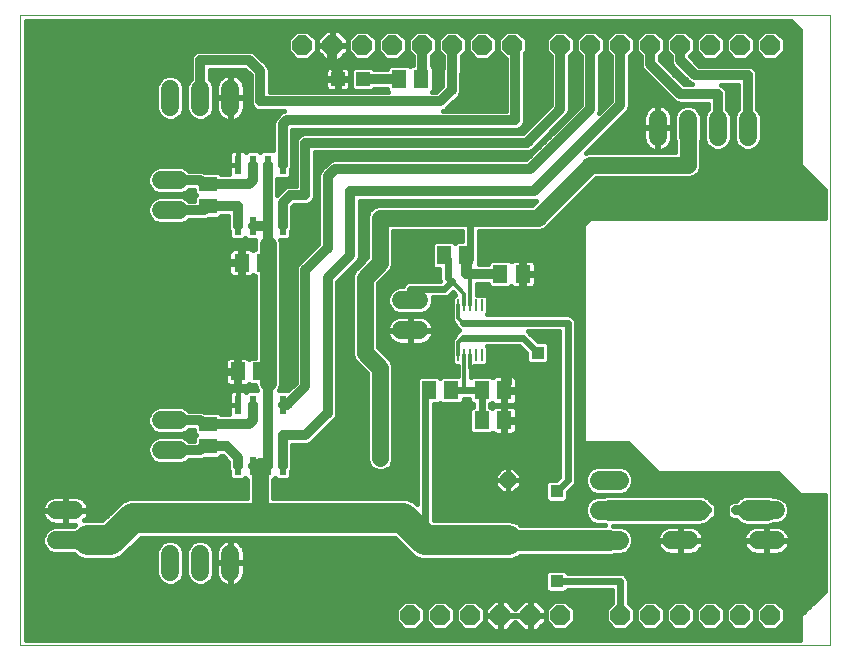
<source format=gtl>
G75*
%MOIN*%
%OFA0B0*%
%FSLAX25Y25*%
%IPPOS*%
%LPD*%
%AMOC8*
5,1,8,0,0,1.08239X$1,22.5*
%
%ADD10C,0.00000*%
%ADD11C,0.05200*%
%ADD12OC8,0.05200*%
%ADD13R,0.02362X0.06299*%
%ADD14C,0.06000*%
%ADD15OC8,0.06600*%
%ADD16R,0.00984X0.03937*%
%ADD17R,0.05118X0.06299*%
%ADD18R,0.05118X0.05906*%
%ADD19C,0.06496*%
%ADD20R,0.05906X0.05118*%
%ADD21R,0.03150X0.02362*%
%ADD22R,0.04724X0.04724*%
%ADD23C,0.01200*%
%ADD24C,0.02400*%
%ADD25C,0.01600*%
%ADD26C,0.03200*%
%ADD27R,0.04362X0.04362*%
%ADD28C,0.05600*%
%ADD29C,0.10000*%
%ADD30C,0.07000*%
%ADD31C,0.05000*%
D10*
X0027000Y0005000D02*
X0027000Y0214961D01*
X0296951Y0214961D01*
X0296951Y0005000D01*
X0027000Y0005000D01*
D11*
X0189500Y0040000D03*
D12*
X0189500Y0060000D03*
D13*
X0114500Y0064764D03*
X0109500Y0064764D03*
X0104500Y0064764D03*
X0099500Y0064764D03*
X0099500Y0085236D03*
X0104500Y0085236D03*
X0109500Y0085236D03*
X0114500Y0085236D03*
X0114500Y0144764D03*
X0109500Y0144764D03*
X0104500Y0144764D03*
X0099500Y0144764D03*
X0099500Y0165236D03*
X0104500Y0165236D03*
X0109500Y0165236D03*
X0114500Y0165236D03*
D14*
X0097000Y0184500D02*
X0097000Y0190500D01*
X0087000Y0190500D02*
X0087000Y0184500D01*
X0077000Y0184500D02*
X0077000Y0190500D01*
X0080000Y0160000D02*
X0074000Y0160000D01*
X0074000Y0150000D02*
X0080000Y0150000D01*
X0154000Y0120000D02*
X0160000Y0120000D01*
X0160000Y0110000D02*
X0154000Y0110000D01*
X0080000Y0080000D02*
X0074000Y0080000D01*
X0074000Y0070000D02*
X0080000Y0070000D01*
X0045000Y0050000D02*
X0039000Y0050000D01*
X0039000Y0040000D02*
X0045000Y0040000D01*
X0077000Y0035500D02*
X0077000Y0029500D01*
X0087000Y0029500D02*
X0087000Y0035500D01*
X0097000Y0035500D02*
X0097000Y0029500D01*
X0244000Y0040000D02*
X0250000Y0040000D01*
X0250000Y0050000D02*
X0244000Y0050000D01*
X0272750Y0050000D02*
X0278750Y0050000D01*
X0278750Y0040000D02*
X0272750Y0040000D01*
X0269500Y0174500D02*
X0269500Y0180500D01*
X0259500Y0180500D02*
X0259500Y0174500D01*
X0249500Y0174500D02*
X0249500Y0180500D01*
X0239500Y0180500D02*
X0239500Y0174500D01*
D15*
X0237000Y0205000D03*
X0247000Y0205000D03*
X0257000Y0205000D03*
X0267000Y0205000D03*
X0277000Y0205000D03*
X0227000Y0205000D03*
X0217000Y0205000D03*
X0207000Y0205000D03*
X0191000Y0205000D03*
X0181000Y0205000D03*
X0171000Y0205000D03*
X0161000Y0205000D03*
X0151000Y0205000D03*
X0141000Y0205000D03*
X0131000Y0205000D03*
X0121000Y0205000D03*
X0157000Y0015000D03*
X0167000Y0015000D03*
X0177000Y0015000D03*
X0187000Y0015000D03*
X0197000Y0015000D03*
X0207000Y0015000D03*
X0227000Y0015000D03*
X0237000Y0015000D03*
X0247000Y0015000D03*
X0257000Y0015000D03*
X0267000Y0015000D03*
X0277000Y0015000D03*
D16*
X0180937Y0101681D03*
X0178969Y0101681D03*
X0177000Y0101681D03*
X0175031Y0101681D03*
X0173063Y0101681D03*
X0173063Y0118319D03*
X0175031Y0118319D03*
X0177000Y0118319D03*
X0178969Y0118319D03*
X0180937Y0118319D03*
D17*
X0175740Y0135000D03*
X0168260Y0135000D03*
X0170740Y0090000D03*
X0163260Y0090000D03*
X0180760Y0090000D03*
X0188240Y0090000D03*
X0160740Y0193750D03*
X0153260Y0193750D03*
D18*
X0108240Y0132500D03*
X0100760Y0132500D03*
X0099510Y0096250D03*
X0106990Y0096250D03*
X0180760Y0080000D03*
X0188240Y0080000D03*
X0187010Y0128750D03*
X0194490Y0128750D03*
D19*
X0220002Y0060000D02*
X0226498Y0060000D01*
X0226498Y0050000D02*
X0220002Y0050000D01*
X0220002Y0040000D02*
X0226498Y0040000D01*
D20*
X0089500Y0071260D03*
X0089500Y0078740D03*
X0089500Y0151260D03*
X0089500Y0158740D03*
D21*
X0255829Y0050000D03*
X0265671Y0050000D03*
D22*
X0141134Y0193750D03*
X0132866Y0193750D03*
D23*
X0168260Y0135000D02*
X0169500Y0133760D01*
X0169500Y0127500D02*
X0170750Y0126250D01*
X0175031Y0121969D01*
X0175031Y0118319D01*
X0173063Y0118319D02*
X0173063Y0113937D01*
X0174500Y0112500D01*
X0174500Y0107500D02*
X0173063Y0106063D01*
X0173063Y0101681D01*
X0175031Y0101681D02*
X0175031Y0090531D01*
X0177000Y0097500D02*
X0187000Y0097500D01*
X0189500Y0092500D02*
X0188240Y0091240D01*
X0188240Y0090000D01*
X0177000Y0097500D02*
X0177000Y0101681D01*
X0177000Y0118319D02*
X0177000Y0133740D01*
D24*
X0177000Y0147500D01*
X0169500Y0133760D02*
X0169500Y0127500D01*
X0170750Y0126250D02*
X0168250Y0123750D01*
X0157000Y0123750D01*
X0157000Y0120000D01*
X0174500Y0112500D02*
X0209500Y0112500D01*
X0209500Y0060000D01*
X0205750Y0056250D01*
X0180760Y0080000D02*
X0180760Y0090000D01*
X0174500Y0090000D01*
X0170740Y0090000D01*
X0163260Y0090000D02*
X0163260Y0088760D01*
X0162000Y0088760D01*
X0162000Y0040000D01*
X0205750Y0026250D02*
X0227000Y0026250D01*
X0227000Y0015000D01*
X0189500Y0092500D02*
X0189500Y0095000D01*
X0187000Y0097500D01*
X0194500Y0107500D02*
X0199500Y0102500D01*
X0194500Y0107500D02*
X0174500Y0107500D01*
D25*
X0173252Y0110000D02*
X0172921Y0109863D01*
X0172137Y0109079D01*
X0171713Y0108054D01*
X0171713Y0107806D01*
X0170876Y0106969D01*
X0170876Y0100775D01*
X0170983Y0100667D01*
X0170983Y0099055D01*
X0171913Y0098125D01*
X0172844Y0098125D01*
X0172844Y0094737D01*
X0167524Y0094737D01*
X0167000Y0094213D01*
X0166476Y0094737D01*
X0160043Y0094737D01*
X0159113Y0093807D01*
X0159113Y0086193D01*
X0159213Y0086094D01*
X0159213Y0052103D01*
X0158231Y0053085D01*
X0155810Y0054087D01*
X0111387Y0054087D01*
X0111387Y0060076D01*
X0112000Y0060688D01*
X0112661Y0060027D01*
X0116339Y0060027D01*
X0117268Y0060957D01*
X0117268Y0063118D01*
X0117687Y0064130D01*
X0117687Y0071813D01*
X0122634Y0071813D01*
X0123806Y0072298D01*
X0124702Y0073194D01*
X0132202Y0080694D01*
X0132687Y0081866D01*
X0132687Y0126180D01*
X0139702Y0133194D01*
X0140187Y0134366D01*
X0140187Y0153063D01*
X0198858Y0153063D01*
X0197683Y0151887D01*
X0146127Y0151887D01*
X0144515Y0151219D01*
X0143281Y0149985D01*
X0142613Y0148373D01*
X0142613Y0134317D01*
X0139515Y0131219D01*
X0138281Y0129985D01*
X0137613Y0128373D01*
X0137613Y0101627D01*
X0138281Y0100015D01*
X0142613Y0095683D01*
X0142613Y0066627D01*
X0143231Y0065133D01*
X0143231Y0064661D01*
X0144161Y0063731D01*
X0144633Y0063731D01*
X0146127Y0063113D01*
X0147873Y0063113D01*
X0149367Y0063731D01*
X0149839Y0063731D01*
X0150768Y0064661D01*
X0150768Y0065133D01*
X0151387Y0066627D01*
X0151387Y0098373D01*
X0150719Y0099985D01*
X0149485Y0101219D01*
X0146387Y0104317D01*
X0146387Y0125683D01*
X0150719Y0130015D01*
X0151387Y0131627D01*
X0151387Y0143113D01*
X0174213Y0143113D01*
X0174213Y0139737D01*
X0172524Y0139737D01*
X0172000Y0139213D01*
X0171476Y0139737D01*
X0165043Y0139737D01*
X0164113Y0138807D01*
X0164113Y0131193D01*
X0165043Y0130263D01*
X0166713Y0130263D01*
X0166713Y0126946D01*
X0166882Y0126537D01*
X0156446Y0126537D01*
X0155421Y0126113D01*
X0154637Y0125329D01*
X0154330Y0124587D01*
X0153088Y0124587D01*
X0151401Y0123889D01*
X0150111Y0122599D01*
X0149413Y0120912D01*
X0149413Y0119087D01*
X0150111Y0117401D01*
X0151401Y0116111D01*
X0153088Y0115413D01*
X0160912Y0115413D01*
X0162599Y0116111D01*
X0163889Y0117401D01*
X0164587Y0119087D01*
X0164587Y0120912D01*
X0164567Y0120963D01*
X0168804Y0120963D01*
X0169829Y0121387D01*
X0170613Y0122171D01*
X0170613Y0122171D01*
X0171174Y0122732D01*
X0172031Y0121875D01*
X0171913Y0121875D01*
X0170983Y0120945D01*
X0170983Y0119333D01*
X0170876Y0119225D01*
X0170876Y0113031D01*
X0171713Y0112194D01*
X0171713Y0111946D01*
X0172137Y0110921D01*
X0172921Y0110137D01*
X0173252Y0110000D01*
X0172556Y0110502D02*
X0164780Y0110502D01*
X0164800Y0110378D02*
X0164682Y0111124D01*
X0164448Y0111843D01*
X0164105Y0112516D01*
X0163661Y0113127D01*
X0163127Y0113661D01*
X0162516Y0114105D01*
X0161843Y0114448D01*
X0161124Y0114682D01*
X0160378Y0114800D01*
X0157200Y0114800D01*
X0157200Y0110200D01*
X0156800Y0110200D01*
X0156800Y0114800D01*
X0153622Y0114800D01*
X0152876Y0114682D01*
X0152157Y0114448D01*
X0151484Y0114105D01*
X0150873Y0113661D01*
X0150339Y0113127D01*
X0149895Y0112516D01*
X0149552Y0111843D01*
X0149318Y0111124D01*
X0149200Y0110378D01*
X0149200Y0110200D01*
X0156800Y0110200D01*
X0156800Y0109800D01*
X0157200Y0109800D01*
X0157200Y0110200D01*
X0164800Y0110200D01*
X0164800Y0110378D01*
X0164800Y0109800D02*
X0157200Y0109800D01*
X0157200Y0105200D01*
X0160378Y0105200D01*
X0161124Y0105318D01*
X0161843Y0105552D01*
X0162516Y0105895D01*
X0163127Y0106339D01*
X0163661Y0106873D01*
X0164105Y0107484D01*
X0164448Y0108157D01*
X0164682Y0108876D01*
X0164800Y0109622D01*
X0164800Y0109800D01*
X0164686Y0108903D02*
X0172064Y0108903D01*
X0171211Y0107305D02*
X0163975Y0107305D01*
X0162146Y0105706D02*
X0170876Y0105706D01*
X0170876Y0104108D02*
X0146597Y0104108D01*
X0146387Y0105706D02*
X0151854Y0105706D01*
X0152157Y0105552D02*
X0152876Y0105318D01*
X0153622Y0105200D01*
X0156800Y0105200D01*
X0156800Y0109800D01*
X0149200Y0109800D01*
X0149200Y0109622D01*
X0149318Y0108876D01*
X0149552Y0108157D01*
X0149895Y0107484D01*
X0150339Y0106873D01*
X0150873Y0106339D01*
X0151484Y0105895D01*
X0152157Y0105552D01*
X0150025Y0107305D02*
X0146387Y0107305D01*
X0146387Y0108903D02*
X0149314Y0108903D01*
X0149220Y0110502D02*
X0146387Y0110502D01*
X0146387Y0112100D02*
X0149683Y0112100D01*
X0150925Y0113699D02*
X0146387Y0113699D01*
X0146387Y0115297D02*
X0170876Y0115297D01*
X0170876Y0113699D02*
X0163075Y0113699D01*
X0164317Y0112100D02*
X0171713Y0112100D01*
X0170876Y0116896D02*
X0163383Y0116896D01*
X0164342Y0118494D02*
X0170876Y0118494D01*
X0170983Y0120093D02*
X0164587Y0120093D01*
X0170133Y0121691D02*
X0171729Y0121691D01*
X0179187Y0121875D02*
X0179187Y0125563D01*
X0182863Y0125563D01*
X0182863Y0125140D01*
X0183793Y0124210D01*
X0190226Y0124210D01*
X0190600Y0124583D01*
X0190826Y0124357D01*
X0191236Y0124120D01*
X0191694Y0123997D01*
X0194011Y0123997D01*
X0194011Y0128270D01*
X0194970Y0128270D01*
X0194970Y0123997D01*
X0197286Y0123997D01*
X0197744Y0124120D01*
X0198154Y0124357D01*
X0198490Y0124692D01*
X0198727Y0125102D01*
X0198849Y0125560D01*
X0198849Y0128270D01*
X0194970Y0128270D01*
X0194970Y0129230D01*
X0194011Y0129230D01*
X0194011Y0133503D01*
X0191694Y0133503D01*
X0191236Y0133380D01*
X0190826Y0133143D01*
X0190600Y0132917D01*
X0190226Y0133290D01*
X0183793Y0133290D01*
X0182863Y0132360D01*
X0182863Y0131937D01*
X0179887Y0131937D01*
X0179887Y0138807D01*
X0179787Y0138906D01*
X0179787Y0143113D01*
X0200373Y0143113D01*
X0201985Y0143781D01*
X0203219Y0145015D01*
X0218817Y0160613D01*
X0250373Y0160613D01*
X0251985Y0161281D01*
X0253219Y0162515D01*
X0253887Y0164127D01*
X0253887Y0173105D01*
X0254087Y0173587D01*
X0254087Y0181412D01*
X0253389Y0183099D01*
X0252099Y0184389D01*
X0250412Y0185087D01*
X0248587Y0185087D01*
X0246901Y0184389D01*
X0245611Y0183099D01*
X0244913Y0181412D01*
X0244913Y0173587D01*
X0245113Y0173105D01*
X0245113Y0169387D01*
X0216127Y0169387D01*
X0215731Y0169223D01*
X0229702Y0183194D01*
X0230187Y0184366D01*
X0230187Y0201276D01*
X0231887Y0202976D01*
X0231887Y0207024D01*
X0229024Y0209887D01*
X0224976Y0209887D01*
X0222113Y0207024D01*
X0222113Y0202976D01*
X0223813Y0201276D01*
X0223813Y0186320D01*
X0219890Y0182397D01*
X0220187Y0183116D01*
X0220187Y0201276D01*
X0221887Y0202976D01*
X0221887Y0207024D01*
X0219024Y0209887D01*
X0214976Y0209887D01*
X0212113Y0207024D01*
X0212113Y0202976D01*
X0213813Y0201276D01*
X0213813Y0185070D01*
X0195680Y0166937D01*
X0131366Y0166937D01*
X0130194Y0166452D01*
X0127694Y0163952D01*
X0126798Y0163056D01*
X0126313Y0161884D01*
X0126313Y0138820D01*
X0120194Y0132702D01*
X0119298Y0131806D01*
X0118813Y0130634D01*
X0118813Y0092570D01*
X0116216Y0089973D01*
X0113178Y0089973D01*
X0113219Y0090015D01*
X0113887Y0091627D01*
X0113887Y0139623D01*
X0113720Y0140027D01*
X0116339Y0140027D01*
X0117268Y0140957D01*
X0117268Y0143118D01*
X0117687Y0144130D01*
X0117687Y0151180D01*
X0118320Y0151813D01*
X0122634Y0151813D01*
X0123806Y0152298D01*
X0124702Y0153194D01*
X0125187Y0154366D01*
X0125187Y0169313D01*
X0196384Y0169313D01*
X0197556Y0169798D01*
X0198452Y0170694D01*
X0198452Y0170694D01*
X0209702Y0181944D01*
X0210187Y0183116D01*
X0210187Y0201276D01*
X0211887Y0202976D01*
X0211887Y0207024D01*
X0209024Y0209887D01*
X0204976Y0209887D01*
X0202113Y0207024D01*
X0202113Y0202976D01*
X0203813Y0201276D01*
X0203813Y0185070D01*
X0194430Y0175687D01*
X0121366Y0175687D01*
X0120194Y0175202D01*
X0119298Y0174306D01*
X0118813Y0173134D01*
X0118813Y0158187D01*
X0116366Y0158187D01*
X0115194Y0157702D01*
X0112694Y0155202D01*
X0112687Y0155195D01*
X0112687Y0160499D01*
X0116339Y0160499D01*
X0117268Y0161429D01*
X0117268Y0163591D01*
X0117687Y0164602D01*
X0117687Y0176813D01*
X0192634Y0176813D01*
X0193806Y0177298D01*
X0194702Y0178194D01*
X0195187Y0179366D01*
X0195187Y0202276D01*
X0195887Y0202976D01*
X0195887Y0207024D01*
X0193024Y0209887D01*
X0188976Y0209887D01*
X0186113Y0207024D01*
X0186113Y0202976D01*
X0188813Y0200276D01*
X0188813Y0183187D01*
X0167935Y0183187D01*
X0168806Y0183548D01*
X0169702Y0184444D01*
X0173452Y0188194D01*
X0173937Y0189366D01*
X0173937Y0195262D01*
X0174187Y0195866D01*
X0174187Y0201276D01*
X0175887Y0202976D01*
X0175887Y0207024D01*
X0173024Y0209887D01*
X0168976Y0209887D01*
X0166113Y0207024D01*
X0166113Y0202976D01*
X0167813Y0201276D01*
X0167813Y0197488D01*
X0167563Y0196884D01*
X0167563Y0191320D01*
X0165680Y0189437D01*
X0164381Y0189437D01*
X0164887Y0189943D01*
X0164887Y0197557D01*
X0164187Y0198256D01*
X0164187Y0201276D01*
X0165887Y0202976D01*
X0165887Y0207024D01*
X0163024Y0209887D01*
X0158976Y0209887D01*
X0156113Y0207024D01*
X0156113Y0202976D01*
X0157813Y0201276D01*
X0157813Y0198487D01*
X0157524Y0198487D01*
X0157000Y0197963D01*
X0156476Y0198487D01*
X0150043Y0198487D01*
X0149113Y0197557D01*
X0149113Y0196937D01*
X0144916Y0196937D01*
X0144154Y0197700D01*
X0138114Y0197700D01*
X0137184Y0196770D01*
X0137184Y0190730D01*
X0138114Y0189800D01*
X0144154Y0189800D01*
X0144916Y0190563D01*
X0149113Y0190563D01*
X0149113Y0189943D01*
X0149619Y0189437D01*
X0110187Y0189437D01*
X0110187Y0196884D01*
X0109702Y0198056D01*
X0108806Y0198952D01*
X0108805Y0198952D01*
X0105952Y0201806D01*
X0105056Y0202702D01*
X0103884Y0203187D01*
X0086366Y0203187D01*
X0085194Y0202702D01*
X0084298Y0201806D01*
X0083813Y0200634D01*
X0083813Y0193800D01*
X0083111Y0193099D01*
X0082413Y0191412D01*
X0082413Y0183587D01*
X0083111Y0181901D01*
X0084401Y0180611D01*
X0086088Y0179913D01*
X0087912Y0179913D01*
X0089599Y0180611D01*
X0090889Y0181901D01*
X0091587Y0183587D01*
X0091587Y0191412D01*
X0090889Y0193099D01*
X0090187Y0193800D01*
X0090187Y0196813D01*
X0101930Y0196813D01*
X0103813Y0194930D01*
X0103813Y0185616D01*
X0104298Y0184444D01*
X0105194Y0183548D01*
X0106366Y0183063D01*
X0114815Y0183063D01*
X0113944Y0182702D01*
X0111798Y0180556D01*
X0111313Y0179384D01*
X0111313Y0169973D01*
X0107661Y0169973D01*
X0107000Y0169312D01*
X0106339Y0169973D01*
X0102661Y0169973D01*
X0102143Y0169454D01*
X0102121Y0169491D01*
X0101786Y0169826D01*
X0101376Y0170063D01*
X0100918Y0170186D01*
X0099500Y0170186D01*
X0099500Y0165236D01*
X0096519Y0165236D01*
X0096519Y0161937D01*
X0094040Y0161937D01*
X0094040Y0161957D01*
X0093110Y0162887D01*
X0088360Y0162887D01*
X0087634Y0163187D01*
X0083300Y0163187D01*
X0082599Y0163889D01*
X0080912Y0164587D01*
X0073088Y0164587D01*
X0071401Y0163889D01*
X0070111Y0162599D01*
X0069413Y0160912D01*
X0069413Y0159088D01*
X0070111Y0157401D01*
X0071401Y0156111D01*
X0073088Y0155413D01*
X0080912Y0155413D01*
X0082599Y0156111D01*
X0083300Y0156813D01*
X0084960Y0156813D01*
X0084960Y0155524D01*
X0085483Y0155000D01*
X0084960Y0154476D01*
X0084960Y0153187D01*
X0083300Y0153187D01*
X0082599Y0153889D01*
X0080912Y0154587D01*
X0073088Y0154587D01*
X0071401Y0153889D01*
X0070111Y0152599D01*
X0069413Y0150912D01*
X0069413Y0149088D01*
X0070111Y0147401D01*
X0071401Y0146111D01*
X0073088Y0145413D01*
X0080912Y0145413D01*
X0082599Y0146111D01*
X0083300Y0146813D01*
X0088874Y0146813D01*
X0089600Y0147113D01*
X0093110Y0147113D01*
X0094040Y0148043D01*
X0094040Y0148063D01*
X0096313Y0148063D01*
X0096313Y0144130D01*
X0096731Y0143118D01*
X0096731Y0140957D01*
X0097661Y0140027D01*
X0101339Y0140027D01*
X0102000Y0140688D01*
X0102661Y0140027D01*
X0105280Y0140027D01*
X0105113Y0139623D01*
X0105113Y0137040D01*
X0105024Y0137040D01*
X0104650Y0136667D01*
X0104424Y0136893D01*
X0104014Y0137130D01*
X0103556Y0137253D01*
X0101239Y0137253D01*
X0101239Y0132980D01*
X0100280Y0132980D01*
X0100280Y0137253D01*
X0097964Y0137253D01*
X0097506Y0137130D01*
X0097096Y0136893D01*
X0096760Y0136558D01*
X0096523Y0136148D01*
X0096401Y0135690D01*
X0096401Y0132980D01*
X0100280Y0132980D01*
X0100280Y0132020D01*
X0101239Y0132020D01*
X0101239Y0127747D01*
X0103556Y0127747D01*
X0104014Y0127870D01*
X0104424Y0128107D01*
X0104650Y0128333D01*
X0105024Y0127960D01*
X0105113Y0127960D01*
X0105113Y0100790D01*
X0103774Y0100790D01*
X0103400Y0100417D01*
X0103174Y0100643D01*
X0102764Y0100880D01*
X0102306Y0101003D01*
X0099989Y0101003D01*
X0099989Y0096730D01*
X0099030Y0096730D01*
X0099030Y0101003D01*
X0096714Y0101003D01*
X0096256Y0100880D01*
X0095846Y0100643D01*
X0095510Y0100308D01*
X0095273Y0099898D01*
X0095151Y0099440D01*
X0095151Y0096730D01*
X0099030Y0096730D01*
X0099030Y0095770D01*
X0099989Y0095770D01*
X0099989Y0091497D01*
X0102306Y0091497D01*
X0102764Y0091620D01*
X0103174Y0091857D01*
X0103400Y0092083D01*
X0103774Y0091710D01*
X0105113Y0091710D01*
X0105113Y0091627D01*
X0105781Y0090015D01*
X0105822Y0089973D01*
X0102661Y0089973D01*
X0102143Y0089454D01*
X0102121Y0089491D01*
X0101786Y0089826D01*
X0101376Y0090063D01*
X0100918Y0090186D01*
X0099500Y0090186D01*
X0099500Y0085236D01*
X0096519Y0085236D01*
X0096519Y0081937D01*
X0094040Y0081937D01*
X0094040Y0081957D01*
X0093110Y0082887D01*
X0088360Y0082887D01*
X0087634Y0083187D01*
X0083300Y0083187D01*
X0082599Y0083889D01*
X0080912Y0084587D01*
X0073088Y0084587D01*
X0071401Y0083889D01*
X0070111Y0082599D01*
X0069413Y0080912D01*
X0069413Y0079088D01*
X0070111Y0077401D01*
X0071401Y0076111D01*
X0073088Y0075413D01*
X0080912Y0075413D01*
X0082599Y0076111D01*
X0083300Y0076813D01*
X0084960Y0076813D01*
X0084960Y0075524D01*
X0085483Y0075000D01*
X0084960Y0074476D01*
X0084960Y0073187D01*
X0083300Y0073187D01*
X0082599Y0073889D01*
X0080912Y0074587D01*
X0073088Y0074587D01*
X0071401Y0073889D01*
X0070111Y0072599D01*
X0069413Y0070912D01*
X0069413Y0069088D01*
X0070111Y0067401D01*
X0071401Y0066111D01*
X0073088Y0065413D01*
X0080912Y0065413D01*
X0082599Y0066111D01*
X0083300Y0066813D01*
X0087634Y0066813D01*
X0088360Y0067113D01*
X0093110Y0067113D01*
X0094040Y0068043D01*
X0094040Y0068063D01*
X0094430Y0068063D01*
X0096313Y0066180D01*
X0096313Y0064130D01*
X0096731Y0063118D01*
X0096731Y0060957D01*
X0097661Y0060027D01*
X0101339Y0060027D01*
X0102000Y0060688D01*
X0102613Y0060076D01*
X0102613Y0054087D01*
X0063190Y0054087D01*
X0060769Y0053085D01*
X0058915Y0051231D01*
X0054271Y0046587D01*
X0048376Y0046587D01*
X0048661Y0046873D01*
X0049105Y0047484D01*
X0049448Y0048157D01*
X0049682Y0048876D01*
X0049800Y0049622D01*
X0049800Y0049800D01*
X0042200Y0049800D01*
X0042200Y0050200D01*
X0041800Y0050200D01*
X0041800Y0054800D01*
X0038622Y0054800D01*
X0037876Y0054682D01*
X0037157Y0054448D01*
X0036484Y0054105D01*
X0035873Y0053661D01*
X0035339Y0053127D01*
X0034895Y0052516D01*
X0034552Y0051843D01*
X0034318Y0051124D01*
X0034200Y0050378D01*
X0034200Y0050200D01*
X0041800Y0050200D01*
X0041800Y0049800D01*
X0042200Y0049800D01*
X0042200Y0045200D01*
X0045378Y0045200D01*
X0045385Y0045201D01*
X0044771Y0044587D01*
X0038088Y0044587D01*
X0036401Y0043889D01*
X0035111Y0042599D01*
X0034413Y0040912D01*
X0034413Y0039088D01*
X0035111Y0037401D01*
X0036401Y0036111D01*
X0038088Y0035413D01*
X0044771Y0035413D01*
X0045769Y0034415D01*
X0048190Y0033413D01*
X0058310Y0033413D01*
X0060731Y0034415D01*
X0067229Y0040913D01*
X0151771Y0040913D01*
X0156415Y0036269D01*
X0158269Y0034415D01*
X0160690Y0033413D01*
X0190810Y0033413D01*
X0193231Y0034415D01*
X0193729Y0034913D01*
X0224262Y0034913D01*
X0224870Y0035165D01*
X0227460Y0035165D01*
X0229237Y0035901D01*
X0230597Y0037261D01*
X0231333Y0039038D01*
X0231333Y0040962D01*
X0230597Y0042739D01*
X0229237Y0044099D01*
X0227460Y0044835D01*
X0224870Y0044835D01*
X0224684Y0044913D01*
X0254262Y0044913D01*
X0256132Y0045687D01*
X0257563Y0047118D01*
X0257610Y0047231D01*
X0258061Y0047231D01*
X0258991Y0048161D01*
X0258991Y0049305D01*
X0259016Y0049366D01*
X0259016Y0050634D01*
X0258991Y0050695D01*
X0258991Y0051839D01*
X0258061Y0052768D01*
X0257610Y0052768D01*
X0257563Y0052882D01*
X0256132Y0054313D01*
X0254262Y0055087D01*
X0222238Y0055087D01*
X0221630Y0054835D01*
X0219040Y0054835D01*
X0217263Y0054099D01*
X0215903Y0052739D01*
X0215167Y0050962D01*
X0215167Y0049038D01*
X0215903Y0047261D01*
X0217263Y0045901D01*
X0219040Y0045165D01*
X0221630Y0045165D01*
X0221816Y0045087D01*
X0193729Y0045087D01*
X0193231Y0045585D01*
X0190810Y0046587D01*
X0164787Y0046587D01*
X0164787Y0085263D01*
X0166476Y0085263D01*
X0167000Y0085787D01*
X0167524Y0085263D01*
X0173957Y0085263D01*
X0174887Y0086193D01*
X0174887Y0087213D01*
X0176613Y0087213D01*
X0176613Y0086193D01*
X0177543Y0085263D01*
X0177972Y0085263D01*
X0177972Y0084540D01*
X0177543Y0084540D01*
X0176613Y0083610D01*
X0176613Y0076390D01*
X0177543Y0075460D01*
X0183976Y0075460D01*
X0184350Y0075833D01*
X0184576Y0075607D01*
X0184986Y0075370D01*
X0185444Y0075247D01*
X0187761Y0075247D01*
X0187761Y0079520D01*
X0188720Y0079520D01*
X0188720Y0075247D01*
X0191036Y0075247D01*
X0191494Y0075370D01*
X0191904Y0075607D01*
X0192240Y0075942D01*
X0192477Y0076352D01*
X0192599Y0076810D01*
X0192599Y0079520D01*
X0188720Y0079520D01*
X0188720Y0080480D01*
X0187761Y0080480D01*
X0187761Y0084753D01*
X0185444Y0084753D01*
X0184986Y0084630D01*
X0184576Y0084393D01*
X0184350Y0084167D01*
X0183976Y0084540D01*
X0183547Y0084540D01*
X0183547Y0085263D01*
X0183976Y0085263D01*
X0184350Y0085636D01*
X0184576Y0085410D01*
X0184986Y0085173D01*
X0185444Y0085050D01*
X0187761Y0085050D01*
X0187761Y0089520D01*
X0188720Y0089520D01*
X0188720Y0085050D01*
X0191036Y0085050D01*
X0191494Y0085173D01*
X0191904Y0085410D01*
X0192240Y0085745D01*
X0192477Y0086156D01*
X0192599Y0086613D01*
X0192599Y0089520D01*
X0188720Y0089520D01*
X0188720Y0090480D01*
X0187761Y0090480D01*
X0187761Y0094950D01*
X0185444Y0094950D01*
X0184986Y0094827D01*
X0184576Y0094590D01*
X0184350Y0094364D01*
X0183976Y0094737D01*
X0177543Y0094737D01*
X0177219Y0094413D01*
X0177219Y0097912D01*
X0177729Y0097912D01*
X0178187Y0098035D01*
X0178343Y0098125D01*
X0182087Y0098125D01*
X0183017Y0099055D01*
X0183017Y0104307D01*
X0182611Y0104713D01*
X0193345Y0104713D01*
X0195731Y0102327D01*
X0195731Y0099661D01*
X0196661Y0098731D01*
X0202339Y0098731D01*
X0203268Y0099661D01*
X0203268Y0105339D01*
X0202339Y0106268D01*
X0199673Y0106268D01*
X0196229Y0109713D01*
X0206713Y0109713D01*
X0206713Y0061155D01*
X0205577Y0060018D01*
X0202911Y0060018D01*
X0201981Y0059089D01*
X0201981Y0053411D01*
X0202911Y0052481D01*
X0208589Y0052481D01*
X0209518Y0053411D01*
X0209518Y0056077D01*
X0211863Y0058421D01*
X0212287Y0059446D01*
X0212287Y0113054D01*
X0211863Y0114079D01*
X0211079Y0114863D01*
X0210054Y0115287D01*
X0182611Y0115287D01*
X0183017Y0115693D01*
X0183017Y0120945D01*
X0182087Y0121875D01*
X0179187Y0121875D01*
X0179187Y0123290D02*
X0214500Y0123290D01*
X0214500Y0124888D02*
X0198603Y0124888D01*
X0198849Y0126487D02*
X0214500Y0126487D01*
X0214500Y0128085D02*
X0198849Y0128085D01*
X0198849Y0129230D02*
X0198849Y0131940D01*
X0198727Y0132398D01*
X0198490Y0132808D01*
X0198154Y0133143D01*
X0197744Y0133380D01*
X0197286Y0133503D01*
X0194970Y0133503D01*
X0194970Y0129230D01*
X0198849Y0129230D01*
X0198849Y0129684D02*
X0214500Y0129684D01*
X0214500Y0131282D02*
X0198849Y0131282D01*
X0198417Y0132881D02*
X0214500Y0132881D01*
X0214500Y0134479D02*
X0179887Y0134479D01*
X0179887Y0132881D02*
X0183384Y0132881D01*
X0179887Y0136078D02*
X0214500Y0136078D01*
X0214500Y0137676D02*
X0179887Y0137676D01*
X0179787Y0139275D02*
X0214500Y0139275D01*
X0214500Y0140873D02*
X0179787Y0140873D01*
X0179787Y0142472D02*
X0214500Y0142472D01*
X0214500Y0144070D02*
X0202275Y0144070D01*
X0203874Y0145669D02*
X0215169Y0145669D01*
X0214500Y0145000D02*
X0214500Y0072500D01*
X0229500Y0072500D01*
X0239500Y0062500D01*
X0279500Y0062500D01*
X0287000Y0055000D01*
X0295151Y0055000D01*
X0295151Y0023151D01*
X0287000Y0015000D01*
X0287000Y0006800D01*
X0028800Y0006800D01*
X0028800Y0213161D01*
X0283839Y0213161D01*
X0287000Y0210000D01*
X0287000Y0165000D01*
X0295151Y0156849D01*
X0295151Y0147500D01*
X0217000Y0147500D01*
X0214500Y0145000D01*
X0216768Y0147268D02*
X0205472Y0147268D01*
X0207071Y0148866D02*
X0295151Y0148866D01*
X0295151Y0150465D02*
X0208669Y0150465D01*
X0210268Y0152063D02*
X0295151Y0152063D01*
X0295151Y0153662D02*
X0211866Y0153662D01*
X0213465Y0155260D02*
X0295151Y0155260D01*
X0295141Y0156859D02*
X0215063Y0156859D01*
X0216662Y0158457D02*
X0293543Y0158457D01*
X0291944Y0160056D02*
X0218260Y0160056D01*
X0216154Y0169647D02*
X0245113Y0169647D01*
X0245113Y0171245D02*
X0243033Y0171245D01*
X0243161Y0171373D02*
X0242627Y0170839D01*
X0242016Y0170395D01*
X0241343Y0170052D01*
X0240624Y0169818D01*
X0239878Y0169700D01*
X0239700Y0169700D01*
X0239700Y0177300D01*
X0239700Y0177700D01*
X0244300Y0177700D01*
X0244300Y0180878D01*
X0244182Y0181624D01*
X0243948Y0182343D01*
X0243605Y0183016D01*
X0243161Y0183627D01*
X0242627Y0184161D01*
X0242016Y0184605D01*
X0241343Y0184948D01*
X0240624Y0185182D01*
X0239878Y0185300D01*
X0239700Y0185300D01*
X0239700Y0177700D01*
X0239300Y0177700D01*
X0239300Y0185300D01*
X0239122Y0185300D01*
X0238376Y0185182D01*
X0237657Y0184948D01*
X0236984Y0184605D01*
X0236373Y0184161D01*
X0235839Y0183627D01*
X0235395Y0183016D01*
X0235052Y0182343D01*
X0234818Y0181624D01*
X0234700Y0180878D01*
X0234700Y0177700D01*
X0239300Y0177700D01*
X0239300Y0177300D01*
X0239700Y0177300D01*
X0244300Y0177300D01*
X0244300Y0174122D01*
X0244182Y0173376D01*
X0243948Y0172657D01*
X0243605Y0171984D01*
X0243161Y0171373D01*
X0244009Y0172844D02*
X0245113Y0172844D01*
X0244913Y0174442D02*
X0244300Y0174442D01*
X0244300Y0176041D02*
X0244913Y0176041D01*
X0244913Y0177639D02*
X0239700Y0177639D01*
X0239300Y0177639D02*
X0224147Y0177639D01*
X0222548Y0176041D02*
X0234700Y0176041D01*
X0234700Y0177300D02*
X0234700Y0174122D01*
X0234818Y0173376D01*
X0235052Y0172657D01*
X0235395Y0171984D01*
X0235839Y0171373D01*
X0236373Y0170839D01*
X0236984Y0170395D01*
X0237657Y0170052D01*
X0238376Y0169818D01*
X0239122Y0169700D01*
X0239300Y0169700D01*
X0239300Y0177300D01*
X0234700Y0177300D01*
X0234700Y0179238D02*
X0225745Y0179238D01*
X0227344Y0180836D02*
X0234700Y0180836D01*
X0235099Y0182435D02*
X0228942Y0182435D01*
X0230050Y0184033D02*
X0236245Y0184033D01*
X0239300Y0184033D02*
X0239700Y0184033D01*
X0239700Y0182435D02*
X0239300Y0182435D01*
X0239300Y0180836D02*
X0239700Y0180836D01*
X0239700Y0179238D02*
X0239300Y0179238D01*
X0239300Y0176041D02*
X0239700Y0176041D01*
X0239700Y0174442D02*
X0239300Y0174442D01*
X0239300Y0172844D02*
X0239700Y0172844D01*
X0239700Y0171245D02*
X0239300Y0171245D01*
X0235967Y0171245D02*
X0217753Y0171245D01*
X0219351Y0172844D02*
X0234991Y0172844D01*
X0234700Y0174442D02*
X0220950Y0174442D01*
X0209579Y0180836D02*
X0208594Y0180836D01*
X0207980Y0179238D02*
X0206995Y0179238D01*
X0206382Y0177639D02*
X0205397Y0177639D01*
X0204783Y0176041D02*
X0203798Y0176041D01*
X0203185Y0174442D02*
X0202200Y0174442D01*
X0201586Y0172844D02*
X0200601Y0172844D01*
X0199988Y0171245D02*
X0199003Y0171245D01*
X0198389Y0169647D02*
X0197191Y0169647D01*
X0196790Y0168048D02*
X0125187Y0168048D01*
X0125187Y0166450D02*
X0130192Y0166450D01*
X0128593Y0164851D02*
X0125187Y0164851D01*
X0125187Y0163253D02*
X0126995Y0163253D01*
X0126313Y0161654D02*
X0125187Y0161654D01*
X0125187Y0160056D02*
X0126313Y0160056D01*
X0126313Y0158457D02*
X0125187Y0158457D01*
X0125187Y0156859D02*
X0126313Y0156859D01*
X0126313Y0155260D02*
X0125187Y0155260D01*
X0124896Y0153662D02*
X0126313Y0153662D01*
X0126313Y0152063D02*
X0123239Y0152063D01*
X0126313Y0150465D02*
X0117687Y0150465D01*
X0117687Y0148866D02*
X0126313Y0148866D01*
X0126313Y0147268D02*
X0117687Y0147268D01*
X0117687Y0145669D02*
X0126313Y0145669D01*
X0126313Y0144070D02*
X0117663Y0144070D01*
X0117268Y0142472D02*
X0126313Y0142472D01*
X0126313Y0140873D02*
X0117185Y0140873D01*
X0113887Y0139275D02*
X0126313Y0139275D01*
X0125169Y0137676D02*
X0113887Y0137676D01*
X0113887Y0136078D02*
X0123570Y0136078D01*
X0121972Y0134479D02*
X0113887Y0134479D01*
X0113887Y0132881D02*
X0120373Y0132881D01*
X0119081Y0131282D02*
X0113887Y0131282D01*
X0113887Y0129684D02*
X0118813Y0129684D01*
X0118813Y0128085D02*
X0113887Y0128085D01*
X0113887Y0126487D02*
X0118813Y0126487D01*
X0118813Y0124888D02*
X0113887Y0124888D01*
X0113887Y0123290D02*
X0118813Y0123290D01*
X0118813Y0121691D02*
X0113887Y0121691D01*
X0113887Y0120093D02*
X0118813Y0120093D01*
X0118813Y0118494D02*
X0113887Y0118494D01*
X0113887Y0116896D02*
X0118813Y0116896D01*
X0118813Y0115297D02*
X0113887Y0115297D01*
X0113887Y0113699D02*
X0118813Y0113699D01*
X0118813Y0112100D02*
X0113887Y0112100D01*
X0113887Y0110502D02*
X0118813Y0110502D01*
X0118813Y0108903D02*
X0113887Y0108903D01*
X0113887Y0107305D02*
X0118813Y0107305D01*
X0118813Y0105706D02*
X0113887Y0105706D01*
X0113887Y0104108D02*
X0118813Y0104108D01*
X0118813Y0102509D02*
X0113887Y0102509D01*
X0113887Y0100911D02*
X0118813Y0100911D01*
X0118813Y0099312D02*
X0113887Y0099312D01*
X0113887Y0097714D02*
X0118813Y0097714D01*
X0118813Y0096115D02*
X0113887Y0096115D01*
X0113887Y0094517D02*
X0118813Y0094517D01*
X0118813Y0092918D02*
X0113887Y0092918D01*
X0113760Y0091320D02*
X0117562Y0091320D01*
X0105240Y0091320D02*
X0028800Y0091320D01*
X0028800Y0092918D02*
X0095189Y0092918D01*
X0095151Y0093060D02*
X0095273Y0092602D01*
X0095510Y0092192D01*
X0095846Y0091857D01*
X0096256Y0091620D01*
X0096714Y0091497D01*
X0099030Y0091497D01*
X0099030Y0095770D01*
X0095151Y0095770D01*
X0095151Y0093060D01*
X0095151Y0094517D02*
X0028800Y0094517D01*
X0028800Y0096115D02*
X0099030Y0096115D01*
X0099030Y0094517D02*
X0099989Y0094517D01*
X0099989Y0092918D02*
X0099030Y0092918D01*
X0099500Y0090186D02*
X0098082Y0090186D01*
X0097624Y0090063D01*
X0097214Y0089826D01*
X0096879Y0089491D01*
X0096642Y0089081D01*
X0096519Y0088623D01*
X0096519Y0085236D01*
X0099500Y0085236D01*
X0099500Y0085236D01*
X0099500Y0090186D01*
X0099500Y0089721D02*
X0099500Y0089721D01*
X0099500Y0088123D02*
X0099500Y0088123D01*
X0099500Y0086524D02*
X0099500Y0086524D01*
X0099500Y0085236D02*
X0099500Y0085236D01*
X0096519Y0084926D02*
X0028800Y0084926D01*
X0028800Y0086524D02*
X0096519Y0086524D01*
X0096519Y0088123D02*
X0028800Y0088123D01*
X0028800Y0089721D02*
X0097109Y0089721D01*
X0101891Y0089721D02*
X0102409Y0089721D01*
X0096519Y0083327D02*
X0083160Y0083327D01*
X0085149Y0075334D02*
X0028800Y0075334D01*
X0028800Y0073736D02*
X0071248Y0073736D01*
X0069920Y0072137D02*
X0028800Y0072137D01*
X0028800Y0070539D02*
X0069413Y0070539D01*
X0069473Y0068940D02*
X0028800Y0068940D01*
X0028800Y0067342D02*
X0070170Y0067342D01*
X0072289Y0065743D02*
X0028800Y0065743D01*
X0028800Y0064145D02*
X0096313Y0064145D01*
X0096313Y0065743D02*
X0081711Y0065743D01*
X0082752Y0073736D02*
X0084960Y0073736D01*
X0093339Y0067342D02*
X0095150Y0067342D01*
X0096731Y0062546D02*
X0028800Y0062546D01*
X0028800Y0060948D02*
X0096740Y0060948D01*
X0102613Y0059349D02*
X0028800Y0059349D01*
X0028800Y0057751D02*
X0102613Y0057751D01*
X0102613Y0056152D02*
X0028800Y0056152D01*
X0028800Y0054554D02*
X0037482Y0054554D01*
X0035214Y0052955D02*
X0028800Y0052955D01*
X0028800Y0051357D02*
X0034394Y0051357D01*
X0034200Y0049800D02*
X0034200Y0049622D01*
X0034318Y0048876D01*
X0034552Y0048157D01*
X0034895Y0047484D01*
X0035339Y0046873D01*
X0035873Y0046339D01*
X0036484Y0045895D01*
X0037157Y0045552D01*
X0037876Y0045318D01*
X0038622Y0045200D01*
X0041800Y0045200D01*
X0041800Y0049800D01*
X0034200Y0049800D01*
X0034200Y0049758D02*
X0028800Y0049758D01*
X0028800Y0048160D02*
X0034551Y0048160D01*
X0035650Y0046561D02*
X0028800Y0046561D01*
X0028800Y0044963D02*
X0045147Y0044963D01*
X0042200Y0046561D02*
X0041800Y0046561D01*
X0041800Y0048160D02*
X0042200Y0048160D01*
X0042200Y0049758D02*
X0041800Y0049758D01*
X0042200Y0050200D02*
X0042200Y0054800D01*
X0045378Y0054800D01*
X0046124Y0054682D01*
X0046843Y0054448D01*
X0047516Y0054105D01*
X0048127Y0053661D01*
X0048661Y0053127D01*
X0049105Y0052516D01*
X0049448Y0051843D01*
X0049682Y0051124D01*
X0049800Y0050378D01*
X0049800Y0050200D01*
X0042200Y0050200D01*
X0042200Y0051357D02*
X0041800Y0051357D01*
X0041800Y0052955D02*
X0042200Y0052955D01*
X0042200Y0054554D02*
X0041800Y0054554D01*
X0046518Y0054554D02*
X0102613Y0054554D01*
X0111387Y0054554D02*
X0159213Y0054554D01*
X0159213Y0056152D02*
X0111387Y0056152D01*
X0111387Y0057751D02*
X0159213Y0057751D01*
X0159213Y0059349D02*
X0111387Y0059349D01*
X0117260Y0060948D02*
X0159213Y0060948D01*
X0159213Y0062546D02*
X0117268Y0062546D01*
X0117687Y0064145D02*
X0143748Y0064145D01*
X0142979Y0065743D02*
X0117687Y0065743D01*
X0117687Y0067342D02*
X0142613Y0067342D01*
X0142613Y0068940D02*
X0117687Y0068940D01*
X0117687Y0070539D02*
X0142613Y0070539D01*
X0142613Y0072137D02*
X0123418Y0072137D01*
X0125244Y0073736D02*
X0142613Y0073736D01*
X0142613Y0075334D02*
X0126842Y0075334D01*
X0128441Y0076933D02*
X0142613Y0076933D01*
X0142613Y0078532D02*
X0130039Y0078532D01*
X0131638Y0080130D02*
X0142613Y0080130D01*
X0142613Y0081729D02*
X0132630Y0081729D01*
X0132687Y0083327D02*
X0142613Y0083327D01*
X0142613Y0084926D02*
X0132687Y0084926D01*
X0132687Y0086524D02*
X0142613Y0086524D01*
X0142613Y0088123D02*
X0132687Y0088123D01*
X0132687Y0089721D02*
X0142613Y0089721D01*
X0142613Y0091320D02*
X0132687Y0091320D01*
X0132687Y0092918D02*
X0142613Y0092918D01*
X0142613Y0094517D02*
X0132687Y0094517D01*
X0132687Y0096115D02*
X0142180Y0096115D01*
X0140582Y0097714D02*
X0132687Y0097714D01*
X0132687Y0099312D02*
X0138983Y0099312D01*
X0137909Y0100911D02*
X0132687Y0100911D01*
X0132687Y0102509D02*
X0137613Y0102509D01*
X0137613Y0104108D02*
X0132687Y0104108D01*
X0132687Y0105706D02*
X0137613Y0105706D01*
X0137613Y0107305D02*
X0132687Y0107305D01*
X0132687Y0108903D02*
X0137613Y0108903D01*
X0137613Y0110502D02*
X0132687Y0110502D01*
X0132687Y0112100D02*
X0137613Y0112100D01*
X0137613Y0113699D02*
X0132687Y0113699D01*
X0132687Y0115297D02*
X0137613Y0115297D01*
X0137613Y0116896D02*
X0132687Y0116896D01*
X0132687Y0118494D02*
X0137613Y0118494D01*
X0137613Y0120093D02*
X0132687Y0120093D01*
X0132687Y0121691D02*
X0137613Y0121691D01*
X0137613Y0123290D02*
X0132687Y0123290D01*
X0132687Y0124888D02*
X0137613Y0124888D01*
X0137613Y0126487D02*
X0132995Y0126487D01*
X0134593Y0128085D02*
X0137613Y0128085D01*
X0138156Y0129684D02*
X0136192Y0129684D01*
X0137790Y0131282D02*
X0139578Y0131282D01*
X0139389Y0132881D02*
X0141176Y0132881D01*
X0140187Y0134479D02*
X0142613Y0134479D01*
X0142613Y0136078D02*
X0140187Y0136078D01*
X0140187Y0137676D02*
X0142613Y0137676D01*
X0142613Y0139275D02*
X0140187Y0139275D01*
X0140187Y0140873D02*
X0142613Y0140873D01*
X0142613Y0142472D02*
X0140187Y0142472D01*
X0140187Y0144070D02*
X0142613Y0144070D01*
X0142613Y0145669D02*
X0140187Y0145669D01*
X0140187Y0147268D02*
X0142613Y0147268D01*
X0142817Y0148866D02*
X0140187Y0148866D01*
X0140187Y0150465D02*
X0143760Y0150465D01*
X0140187Y0152063D02*
X0197858Y0152063D01*
X0174213Y0142472D02*
X0151387Y0142472D01*
X0151387Y0140873D02*
X0174213Y0140873D01*
X0172062Y0139275D02*
X0171938Y0139275D01*
X0175740Y0135000D02*
X0177000Y0133740D01*
X0179187Y0124888D02*
X0183115Y0124888D01*
X0182271Y0121691D02*
X0214500Y0121691D01*
X0214500Y0120093D02*
X0183017Y0120093D01*
X0183017Y0118494D02*
X0214500Y0118494D01*
X0214500Y0116896D02*
X0183017Y0116896D01*
X0182621Y0115297D02*
X0214500Y0115297D01*
X0214500Y0113699D02*
X0212020Y0113699D01*
X0212287Y0112100D02*
X0214500Y0112100D01*
X0214500Y0110502D02*
X0212287Y0110502D01*
X0212287Y0108903D02*
X0214500Y0108903D01*
X0214500Y0107305D02*
X0212287Y0107305D01*
X0212287Y0105706D02*
X0214500Y0105706D01*
X0214500Y0104108D02*
X0212287Y0104108D01*
X0212287Y0102509D02*
X0214500Y0102509D01*
X0214500Y0100911D02*
X0212287Y0100911D01*
X0212287Y0099312D02*
X0214500Y0099312D01*
X0214500Y0097714D02*
X0212287Y0097714D01*
X0212287Y0096115D02*
X0214500Y0096115D01*
X0214500Y0094517D02*
X0212287Y0094517D01*
X0212287Y0092918D02*
X0214500Y0092918D01*
X0214500Y0091320D02*
X0212287Y0091320D01*
X0212287Y0089721D02*
X0214500Y0089721D01*
X0214500Y0088123D02*
X0212287Y0088123D01*
X0212287Y0086524D02*
X0214500Y0086524D01*
X0214500Y0084926D02*
X0212287Y0084926D01*
X0212287Y0083327D02*
X0214500Y0083327D01*
X0214500Y0081729D02*
X0212287Y0081729D01*
X0212287Y0080130D02*
X0214500Y0080130D01*
X0214500Y0078532D02*
X0212287Y0078532D01*
X0212287Y0076933D02*
X0214500Y0076933D01*
X0214500Y0075334D02*
X0212287Y0075334D01*
X0212287Y0073736D02*
X0214500Y0073736D01*
X0212287Y0072137D02*
X0229863Y0072137D01*
X0231461Y0070539D02*
X0212287Y0070539D01*
X0212287Y0068940D02*
X0233060Y0068940D01*
X0234658Y0067342D02*
X0212287Y0067342D01*
X0212287Y0065743D02*
X0236257Y0065743D01*
X0237855Y0064145D02*
X0229127Y0064145D01*
X0229237Y0064099D02*
X0227460Y0064835D01*
X0219040Y0064835D01*
X0217263Y0064099D01*
X0215903Y0062739D01*
X0215167Y0060962D01*
X0215167Y0059038D01*
X0215903Y0057261D01*
X0217263Y0055901D01*
X0219040Y0055165D01*
X0227460Y0055165D01*
X0229237Y0055901D01*
X0230597Y0057261D01*
X0231333Y0059038D01*
X0231333Y0060962D01*
X0230597Y0062739D01*
X0229237Y0064099D01*
X0230677Y0062546D02*
X0239454Y0062546D01*
X0231333Y0060948D02*
X0281052Y0060948D01*
X0282651Y0059349D02*
X0231333Y0059349D01*
X0230800Y0057751D02*
X0284249Y0057751D01*
X0285848Y0056152D02*
X0229489Y0056152D01*
X0218360Y0054554D02*
X0209518Y0054554D01*
X0209594Y0056152D02*
X0217011Y0056152D01*
X0215700Y0057751D02*
X0211193Y0057751D01*
X0212248Y0059349D02*
X0215167Y0059349D01*
X0215167Y0060948D02*
X0212287Y0060948D01*
X0212287Y0062546D02*
X0215823Y0062546D01*
X0217373Y0064145D02*
X0212287Y0064145D01*
X0206713Y0064145D02*
X0191578Y0064145D01*
X0191323Y0064400D02*
X0189500Y0064400D01*
X0189500Y0060000D01*
X0189500Y0060000D01*
X0193900Y0060000D01*
X0193900Y0061823D01*
X0191323Y0064400D01*
X0189500Y0064400D02*
X0187677Y0064400D01*
X0185100Y0061823D01*
X0185100Y0060000D01*
X0189500Y0060000D01*
X0189500Y0060000D01*
X0189500Y0060000D01*
X0189500Y0064400D01*
X0189500Y0064145D02*
X0189500Y0064145D01*
X0189500Y0062546D02*
X0189500Y0062546D01*
X0189500Y0060948D02*
X0189500Y0060948D01*
X0189500Y0060000D02*
X0185100Y0060000D01*
X0185100Y0058177D01*
X0187677Y0055600D01*
X0189500Y0055600D01*
X0191323Y0055600D01*
X0193900Y0058177D01*
X0193900Y0060000D01*
X0189500Y0060000D01*
X0189500Y0055600D01*
X0189500Y0060000D01*
X0189500Y0060000D01*
X0189500Y0059349D02*
X0189500Y0059349D01*
X0189500Y0057751D02*
X0189500Y0057751D01*
X0189500Y0056152D02*
X0189500Y0056152D01*
X0191875Y0056152D02*
X0201981Y0056152D01*
X0201981Y0054554D02*
X0164787Y0054554D01*
X0164787Y0056152D02*
X0187125Y0056152D01*
X0185527Y0057751D02*
X0164787Y0057751D01*
X0164787Y0059349D02*
X0185100Y0059349D01*
X0185100Y0060948D02*
X0164787Y0060948D01*
X0164787Y0062546D02*
X0185824Y0062546D01*
X0187422Y0064145D02*
X0164787Y0064145D01*
X0164787Y0065743D02*
X0206713Y0065743D01*
X0206713Y0067342D02*
X0164787Y0067342D01*
X0164787Y0068940D02*
X0206713Y0068940D01*
X0206713Y0070539D02*
X0164787Y0070539D01*
X0164787Y0072137D02*
X0206713Y0072137D01*
X0206713Y0073736D02*
X0164787Y0073736D01*
X0164787Y0075334D02*
X0185118Y0075334D01*
X0187761Y0075334D02*
X0188720Y0075334D01*
X0188720Y0076933D02*
X0187761Y0076933D01*
X0187761Y0078532D02*
X0188720Y0078532D01*
X0188720Y0080130D02*
X0206713Y0080130D01*
X0206713Y0078532D02*
X0192599Y0078532D01*
X0192599Y0076933D02*
X0206713Y0076933D01*
X0206713Y0075334D02*
X0191362Y0075334D01*
X0192599Y0080480D02*
X0188720Y0080480D01*
X0188720Y0084753D01*
X0191036Y0084753D01*
X0191494Y0084630D01*
X0191904Y0084393D01*
X0192240Y0084058D01*
X0192477Y0083648D01*
X0192599Y0083190D01*
X0192599Y0080480D01*
X0192599Y0081729D02*
X0206713Y0081729D01*
X0206713Y0083327D02*
X0192562Y0083327D01*
X0192575Y0086524D02*
X0206713Y0086524D01*
X0206713Y0084926D02*
X0183547Y0084926D01*
X0187761Y0086524D02*
X0188720Y0086524D01*
X0188720Y0088123D02*
X0187761Y0088123D01*
X0188720Y0089721D02*
X0206713Y0089721D01*
X0206713Y0088123D02*
X0192599Y0088123D01*
X0192599Y0090480D02*
X0188720Y0090480D01*
X0188720Y0094950D01*
X0191036Y0094950D01*
X0191494Y0094827D01*
X0191904Y0094590D01*
X0192240Y0094255D01*
X0192477Y0093844D01*
X0192599Y0093387D01*
X0192599Y0090480D01*
X0192599Y0091320D02*
X0206713Y0091320D01*
X0206713Y0092918D02*
X0192599Y0092918D01*
X0191978Y0094517D02*
X0206713Y0094517D01*
X0206713Y0096115D02*
X0177219Y0096115D01*
X0177219Y0094517D02*
X0177323Y0094517D01*
X0177219Y0097714D02*
X0206713Y0097714D01*
X0206713Y0099312D02*
X0202919Y0099312D01*
X0203268Y0100911D02*
X0206713Y0100911D01*
X0206713Y0102509D02*
X0203268Y0102509D01*
X0203268Y0104108D02*
X0206713Y0104108D01*
X0206713Y0105706D02*
X0202901Y0105706D01*
X0206713Y0107305D02*
X0198637Y0107305D01*
X0197039Y0108903D02*
X0206713Y0108903D01*
X0195549Y0102509D02*
X0183017Y0102509D01*
X0183017Y0100911D02*
X0195731Y0100911D01*
X0196081Y0099312D02*
X0183017Y0099312D01*
X0184197Y0094517D02*
X0184503Y0094517D01*
X0187761Y0094517D02*
X0188720Y0094517D01*
X0188720Y0092918D02*
X0187761Y0092918D01*
X0187761Y0091320D02*
X0188720Y0091320D01*
X0188720Y0083327D02*
X0187761Y0083327D01*
X0187761Y0081729D02*
X0188720Y0081729D01*
X0177972Y0084926D02*
X0164787Y0084926D01*
X0164787Y0083327D02*
X0176613Y0083327D01*
X0176613Y0081729D02*
X0164787Y0081729D01*
X0164787Y0080130D02*
X0176613Y0080130D01*
X0176613Y0078532D02*
X0164787Y0078532D01*
X0164787Y0076933D02*
X0176613Y0076933D01*
X0176613Y0086524D02*
X0174887Y0086524D01*
X0174500Y0090000D02*
X0175031Y0090531D01*
X0172844Y0096115D02*
X0151387Y0096115D01*
X0151387Y0094517D02*
X0159823Y0094517D01*
X0159113Y0092918D02*
X0151387Y0092918D01*
X0151387Y0091320D02*
X0159113Y0091320D01*
X0159113Y0089721D02*
X0151387Y0089721D01*
X0151387Y0088123D02*
X0159113Y0088123D01*
X0159113Y0086524D02*
X0151387Y0086524D01*
X0151387Y0084926D02*
X0159213Y0084926D01*
X0159213Y0083327D02*
X0151387Y0083327D01*
X0151387Y0081729D02*
X0159213Y0081729D01*
X0159213Y0080130D02*
X0151387Y0080130D01*
X0151387Y0078532D02*
X0159213Y0078532D01*
X0159213Y0076933D02*
X0151387Y0076933D01*
X0151387Y0075334D02*
X0159213Y0075334D01*
X0159213Y0073736D02*
X0151387Y0073736D01*
X0151387Y0072137D02*
X0159213Y0072137D01*
X0159213Y0070539D02*
X0151387Y0070539D01*
X0151387Y0068940D02*
X0159213Y0068940D01*
X0159213Y0067342D02*
X0151387Y0067342D01*
X0151021Y0065743D02*
X0159213Y0065743D01*
X0159213Y0064145D02*
X0150252Y0064145D01*
X0158361Y0052955D02*
X0159213Y0052955D01*
X0164787Y0052955D02*
X0202438Y0052955D01*
X0201981Y0057751D02*
X0193473Y0057751D01*
X0193900Y0059349D02*
X0202242Y0059349D01*
X0206506Y0060948D02*
X0193900Y0060948D01*
X0193176Y0062546D02*
X0206713Y0062546D01*
X0209062Y0052955D02*
X0216119Y0052955D01*
X0215330Y0051357D02*
X0164787Y0051357D01*
X0164787Y0049758D02*
X0215167Y0049758D01*
X0215530Y0048160D02*
X0164787Y0048160D01*
X0152517Y0040167D02*
X0098169Y0040167D01*
X0098124Y0040182D02*
X0097378Y0040300D01*
X0097200Y0040300D01*
X0097200Y0032700D01*
X0101800Y0032700D01*
X0101800Y0035878D01*
X0101682Y0036624D01*
X0101448Y0037343D01*
X0101105Y0038016D01*
X0100661Y0038627D01*
X0100127Y0039161D01*
X0099516Y0039605D01*
X0098843Y0039948D01*
X0098124Y0040182D01*
X0097200Y0040167D02*
X0096800Y0040167D01*
X0096800Y0040300D02*
X0096622Y0040300D01*
X0095876Y0040182D01*
X0095157Y0039948D01*
X0094484Y0039605D01*
X0093873Y0039161D01*
X0093339Y0038627D01*
X0092895Y0038016D01*
X0092552Y0037343D01*
X0092318Y0036624D01*
X0092200Y0035878D01*
X0092200Y0032700D01*
X0096800Y0032700D01*
X0096800Y0040300D01*
X0095831Y0040167D02*
X0066483Y0040167D01*
X0064885Y0038569D02*
X0073581Y0038569D01*
X0073111Y0038099D02*
X0072413Y0036412D01*
X0072413Y0028587D01*
X0073111Y0026901D01*
X0074401Y0025611D01*
X0076088Y0024913D01*
X0077912Y0024913D01*
X0079599Y0025611D01*
X0080889Y0026901D01*
X0081587Y0028587D01*
X0081587Y0036412D01*
X0080889Y0038099D01*
X0079599Y0039389D01*
X0077912Y0040087D01*
X0076088Y0040087D01*
X0074401Y0039389D01*
X0073111Y0038099D01*
X0072644Y0036970D02*
X0063286Y0036970D01*
X0061688Y0035372D02*
X0072413Y0035372D01*
X0072413Y0033773D02*
X0059181Y0033773D01*
X0047319Y0033773D02*
X0028800Y0033773D01*
X0028800Y0032175D02*
X0072413Y0032175D01*
X0072413Y0030576D02*
X0028800Y0030576D01*
X0028800Y0028978D02*
X0072413Y0028978D01*
X0072913Y0027379D02*
X0028800Y0027379D01*
X0028800Y0025781D02*
X0074232Y0025781D01*
X0079768Y0025781D02*
X0084232Y0025781D01*
X0084401Y0025611D02*
X0086088Y0024913D01*
X0087912Y0024913D01*
X0089599Y0025611D01*
X0090889Y0026901D01*
X0091587Y0028587D01*
X0091587Y0036412D01*
X0090889Y0038099D01*
X0089599Y0039389D01*
X0087912Y0040087D01*
X0086088Y0040087D01*
X0084401Y0039389D01*
X0083111Y0038099D01*
X0082413Y0036412D01*
X0082413Y0028587D01*
X0083111Y0026901D01*
X0084401Y0025611D01*
X0082913Y0027379D02*
X0081087Y0027379D01*
X0081587Y0028978D02*
X0082413Y0028978D01*
X0082413Y0030576D02*
X0081587Y0030576D01*
X0081587Y0032175D02*
X0082413Y0032175D01*
X0082413Y0033773D02*
X0081587Y0033773D01*
X0081587Y0035372D02*
X0082413Y0035372D01*
X0082644Y0036970D02*
X0081356Y0036970D01*
X0080419Y0038569D02*
X0083581Y0038569D01*
X0090419Y0038569D02*
X0093296Y0038569D01*
X0092431Y0036970D02*
X0091356Y0036970D01*
X0091587Y0035372D02*
X0092200Y0035372D01*
X0092200Y0033773D02*
X0091587Y0033773D01*
X0092200Y0032300D02*
X0092200Y0029122D01*
X0092318Y0028376D01*
X0092552Y0027657D01*
X0092895Y0026984D01*
X0093339Y0026373D01*
X0093873Y0025839D01*
X0094484Y0025395D01*
X0095157Y0025052D01*
X0095876Y0024818D01*
X0096622Y0024700D01*
X0096800Y0024700D01*
X0096800Y0032300D01*
X0097200Y0032300D01*
X0097200Y0032700D01*
X0096800Y0032700D01*
X0096800Y0032300D01*
X0092200Y0032300D01*
X0092200Y0032175D02*
X0091587Y0032175D01*
X0091587Y0030576D02*
X0092200Y0030576D01*
X0092223Y0028978D02*
X0091587Y0028978D01*
X0091087Y0027379D02*
X0092693Y0027379D01*
X0093953Y0025781D02*
X0089768Y0025781D01*
X0096800Y0025781D02*
X0097200Y0025781D01*
X0097200Y0024700D02*
X0097378Y0024700D01*
X0098124Y0024818D01*
X0098843Y0025052D01*
X0099516Y0025395D01*
X0100127Y0025839D01*
X0100661Y0026373D01*
X0101105Y0026984D01*
X0101448Y0027657D01*
X0101682Y0028376D01*
X0101800Y0029122D01*
X0101800Y0032300D01*
X0097200Y0032300D01*
X0097200Y0024700D01*
X0097200Y0027379D02*
X0096800Y0027379D01*
X0096800Y0028978D02*
X0097200Y0028978D01*
X0097200Y0030576D02*
X0096800Y0030576D01*
X0096800Y0032175D02*
X0097200Y0032175D01*
X0097200Y0033773D02*
X0096800Y0033773D01*
X0096800Y0035372D02*
X0097200Y0035372D01*
X0097200Y0036970D02*
X0096800Y0036970D01*
X0096800Y0038569D02*
X0097200Y0038569D01*
X0100704Y0038569D02*
X0154115Y0038569D01*
X0155714Y0036970D02*
X0101569Y0036970D01*
X0101800Y0035372D02*
X0157312Y0035372D01*
X0156415Y0036269D02*
X0156415Y0036269D01*
X0159819Y0033773D02*
X0101800Y0033773D01*
X0101800Y0032175D02*
X0295151Y0032175D01*
X0295151Y0033773D02*
X0191681Y0033773D01*
X0201981Y0029089D02*
X0201981Y0023411D01*
X0202911Y0022481D01*
X0208589Y0022481D01*
X0209518Y0023411D01*
X0209518Y0023463D01*
X0224213Y0023463D01*
X0224213Y0019124D01*
X0222113Y0017024D01*
X0222113Y0012976D01*
X0224976Y0010113D01*
X0229024Y0010113D01*
X0231887Y0012976D01*
X0231887Y0017024D01*
X0229787Y0019124D01*
X0229787Y0026804D01*
X0229363Y0027829D01*
X0228579Y0028613D01*
X0227554Y0029037D01*
X0209518Y0029037D01*
X0209518Y0029089D01*
X0208589Y0030018D01*
X0202911Y0030018D01*
X0201981Y0029089D01*
X0201981Y0028978D02*
X0101777Y0028978D01*
X0101800Y0030576D02*
X0295151Y0030576D01*
X0295151Y0028978D02*
X0227699Y0028978D01*
X0229549Y0027379D02*
X0295151Y0027379D01*
X0295151Y0025781D02*
X0229787Y0025781D01*
X0229787Y0024182D02*
X0295151Y0024182D01*
X0294584Y0022584D02*
X0229787Y0022584D01*
X0229787Y0020985D02*
X0292985Y0020985D01*
X0291387Y0019387D02*
X0279525Y0019387D01*
X0279024Y0019887D02*
X0274976Y0019887D01*
X0272113Y0017024D01*
X0272113Y0012976D01*
X0274976Y0010113D01*
X0279024Y0010113D01*
X0281887Y0012976D01*
X0281887Y0017024D01*
X0279024Y0019887D01*
X0281124Y0017788D02*
X0289788Y0017788D01*
X0288190Y0016190D02*
X0281887Y0016190D01*
X0281887Y0014591D02*
X0287000Y0014591D01*
X0287000Y0012993D02*
X0281887Y0012993D01*
X0280306Y0011394D02*
X0287000Y0011394D01*
X0287000Y0009796D02*
X0028800Y0009796D01*
X0028800Y0011394D02*
X0153694Y0011394D01*
X0154976Y0010113D02*
X0159024Y0010113D01*
X0161887Y0012976D01*
X0161887Y0017024D01*
X0159024Y0019887D01*
X0154976Y0019887D01*
X0152113Y0017024D01*
X0152113Y0012976D01*
X0154976Y0010113D01*
X0152113Y0012993D02*
X0028800Y0012993D01*
X0028800Y0014591D02*
X0152113Y0014591D01*
X0152113Y0016190D02*
X0028800Y0016190D01*
X0028800Y0017788D02*
X0152876Y0017788D01*
X0154475Y0019387D02*
X0028800Y0019387D01*
X0028800Y0020985D02*
X0224213Y0020985D01*
X0224213Y0019387D02*
X0209525Y0019387D01*
X0209024Y0019887D02*
X0204976Y0019887D01*
X0202113Y0017024D01*
X0202113Y0012976D01*
X0204976Y0010113D01*
X0209024Y0010113D01*
X0211887Y0012976D01*
X0211887Y0017024D01*
X0209024Y0019887D01*
X0208691Y0022584D02*
X0224213Y0022584D01*
X0222876Y0017788D02*
X0211124Y0017788D01*
X0211887Y0016190D02*
X0222113Y0016190D01*
X0222113Y0014591D02*
X0211887Y0014591D01*
X0211887Y0012993D02*
X0222113Y0012993D01*
X0223694Y0011394D02*
X0210306Y0011394D01*
X0203694Y0011394D02*
X0200607Y0011394D01*
X0202100Y0012888D02*
X0202100Y0014816D01*
X0197184Y0014816D01*
X0197184Y0009900D01*
X0199112Y0009900D01*
X0202100Y0012888D01*
X0202100Y0012993D02*
X0202113Y0012993D01*
X0202100Y0014591D02*
X0202113Y0014591D01*
X0202100Y0015184D02*
X0202100Y0017112D01*
X0199112Y0020100D01*
X0197184Y0020100D01*
X0197184Y0015184D01*
X0196816Y0015184D01*
X0196816Y0014816D01*
X0197184Y0014816D01*
X0197184Y0015184D01*
X0202100Y0015184D01*
X0202100Y0016190D02*
X0202113Y0016190D01*
X0201424Y0017788D02*
X0202876Y0017788D01*
X0204475Y0019387D02*
X0199826Y0019387D01*
X0197184Y0019387D02*
X0196816Y0019387D01*
X0196816Y0020100D02*
X0196816Y0015184D01*
X0192100Y0015184D01*
X0187184Y0015184D01*
X0186816Y0015184D01*
X0186816Y0014816D01*
X0187184Y0014816D01*
X0187184Y0009900D01*
X0189112Y0009900D01*
X0192000Y0012788D01*
X0194888Y0009900D01*
X0196816Y0009900D01*
X0196816Y0014816D01*
X0187184Y0014816D01*
X0187184Y0015184D01*
X0187184Y0020100D01*
X0189112Y0020100D01*
X0192000Y0017212D01*
X0194888Y0020100D01*
X0196816Y0020100D01*
X0196816Y0017788D02*
X0197184Y0017788D01*
X0197184Y0016190D02*
X0196816Y0016190D01*
X0196816Y0014591D02*
X0197184Y0014591D01*
X0197184Y0012993D02*
X0196816Y0012993D01*
X0196816Y0011394D02*
X0197184Y0011394D01*
X0193393Y0011394D02*
X0190607Y0011394D01*
X0187184Y0011394D02*
X0186816Y0011394D01*
X0186816Y0009900D02*
X0184888Y0009900D01*
X0181900Y0012888D01*
X0181900Y0014816D01*
X0186816Y0014816D01*
X0186816Y0009900D01*
X0186816Y0012993D02*
X0187184Y0012993D01*
X0187184Y0014591D02*
X0186816Y0014591D01*
X0186816Y0015184D02*
X0181900Y0015184D01*
X0181900Y0017112D01*
X0184888Y0020100D01*
X0186816Y0020100D01*
X0186816Y0015184D01*
X0186816Y0016190D02*
X0187184Y0016190D01*
X0187184Y0017788D02*
X0186816Y0017788D01*
X0186816Y0019387D02*
X0187184Y0019387D01*
X0189826Y0019387D02*
X0194174Y0019387D01*
X0192576Y0017788D02*
X0191424Y0017788D01*
X0184174Y0019387D02*
X0179525Y0019387D01*
X0179024Y0019887D02*
X0174976Y0019887D01*
X0172113Y0017024D01*
X0172113Y0012976D01*
X0174976Y0010113D01*
X0179024Y0010113D01*
X0181887Y0012976D01*
X0181887Y0017024D01*
X0179024Y0019887D01*
X0181124Y0017788D02*
X0182576Y0017788D01*
X0181900Y0016190D02*
X0181887Y0016190D01*
X0181887Y0014591D02*
X0181900Y0014591D01*
X0181887Y0012993D02*
X0181900Y0012993D01*
X0183393Y0011394D02*
X0180306Y0011394D01*
X0173694Y0011394D02*
X0170306Y0011394D01*
X0169024Y0010113D02*
X0164976Y0010113D01*
X0162113Y0012976D01*
X0162113Y0017024D01*
X0164976Y0019887D01*
X0169024Y0019887D01*
X0171887Y0017024D01*
X0171887Y0012976D01*
X0169024Y0010113D01*
X0171887Y0012993D02*
X0172113Y0012993D01*
X0172113Y0014591D02*
X0171887Y0014591D01*
X0171887Y0016190D02*
X0172113Y0016190D01*
X0172876Y0017788D02*
X0171124Y0017788D01*
X0169525Y0019387D02*
X0174475Y0019387D01*
X0164475Y0019387D02*
X0159525Y0019387D01*
X0161124Y0017788D02*
X0162876Y0017788D01*
X0162113Y0016190D02*
X0161887Y0016190D01*
X0161887Y0014591D02*
X0162113Y0014591D01*
X0162113Y0012993D02*
X0161887Y0012993D01*
X0160306Y0011394D02*
X0163694Y0011394D01*
X0201981Y0024182D02*
X0028800Y0024182D01*
X0028800Y0022584D02*
X0202809Y0022584D01*
X0201981Y0025781D02*
X0100047Y0025781D01*
X0101307Y0027379D02*
X0201981Y0027379D01*
X0190873Y0046561D02*
X0216602Y0046561D01*
X0229972Y0043364D02*
X0240576Y0043364D01*
X0240339Y0043127D02*
X0240873Y0043661D01*
X0241484Y0044105D01*
X0242157Y0044448D01*
X0242876Y0044682D01*
X0243622Y0044800D01*
X0246800Y0044800D01*
X0246800Y0040200D01*
X0247200Y0040200D01*
X0247200Y0044800D01*
X0250378Y0044800D01*
X0251124Y0044682D01*
X0251843Y0044448D01*
X0252516Y0044105D01*
X0253127Y0043661D01*
X0253661Y0043127D01*
X0254105Y0042516D01*
X0254448Y0041843D01*
X0254682Y0041124D01*
X0254800Y0040378D01*
X0254800Y0040200D01*
X0247200Y0040200D01*
X0247200Y0039800D01*
X0254800Y0039800D01*
X0254800Y0039622D01*
X0254682Y0038876D01*
X0254448Y0038157D01*
X0254105Y0037484D01*
X0253661Y0036873D01*
X0253127Y0036339D01*
X0252516Y0035895D01*
X0251843Y0035552D01*
X0251124Y0035318D01*
X0250378Y0035200D01*
X0247200Y0035200D01*
X0247200Y0039800D01*
X0246800Y0039800D01*
X0246800Y0035200D01*
X0243622Y0035200D01*
X0242876Y0035318D01*
X0242157Y0035552D01*
X0241484Y0035895D01*
X0240873Y0036339D01*
X0240339Y0036873D01*
X0239895Y0037484D01*
X0239552Y0038157D01*
X0239318Y0038876D01*
X0239200Y0039622D01*
X0239200Y0039800D01*
X0246800Y0039800D01*
X0246800Y0040200D01*
X0239200Y0040200D01*
X0239200Y0040378D01*
X0239318Y0041124D01*
X0239552Y0041843D01*
X0239895Y0042516D01*
X0240339Y0043127D01*
X0239527Y0041766D02*
X0231000Y0041766D01*
X0231333Y0040167D02*
X0246800Y0040167D01*
X0247200Y0040167D02*
X0275550Y0040167D01*
X0275550Y0040200D02*
X0275550Y0039800D01*
X0275950Y0039800D01*
X0275950Y0040200D01*
X0275550Y0040200D01*
X0275550Y0044800D01*
X0272372Y0044800D01*
X0271626Y0044682D01*
X0270907Y0044448D01*
X0270234Y0044105D01*
X0269623Y0043661D01*
X0269089Y0043127D01*
X0268645Y0042516D01*
X0268302Y0041843D01*
X0268068Y0041124D01*
X0267950Y0040378D01*
X0267950Y0040200D01*
X0275550Y0040200D01*
X0275950Y0040200D02*
X0275950Y0044800D01*
X0279128Y0044800D01*
X0279874Y0044682D01*
X0280593Y0044448D01*
X0281266Y0044105D01*
X0281877Y0043661D01*
X0282411Y0043127D01*
X0282855Y0042516D01*
X0283198Y0041843D01*
X0283432Y0041124D01*
X0283550Y0040378D01*
X0283550Y0040200D01*
X0275950Y0040200D01*
X0275950Y0040167D02*
X0295151Y0040167D01*
X0295151Y0038569D02*
X0283332Y0038569D01*
X0283432Y0038876D02*
X0283550Y0039622D01*
X0283550Y0039800D01*
X0275950Y0039800D01*
X0275950Y0035200D01*
X0279128Y0035200D01*
X0279874Y0035318D01*
X0280593Y0035552D01*
X0281266Y0035895D01*
X0281877Y0036339D01*
X0282411Y0036873D01*
X0282855Y0037484D01*
X0283198Y0038157D01*
X0283432Y0038876D01*
X0282482Y0036970D02*
X0295151Y0036970D01*
X0295151Y0035372D02*
X0280039Y0035372D01*
X0275950Y0035372D02*
X0275550Y0035372D01*
X0275550Y0035200D02*
X0275550Y0039800D01*
X0267950Y0039800D01*
X0267950Y0039622D01*
X0268068Y0038876D01*
X0268302Y0038157D01*
X0268645Y0037484D01*
X0269089Y0036873D01*
X0269623Y0036339D01*
X0270234Y0035895D01*
X0270907Y0035552D01*
X0271626Y0035318D01*
X0272372Y0035200D01*
X0275550Y0035200D01*
X0275550Y0036970D02*
X0275950Y0036970D01*
X0275950Y0038569D02*
X0275550Y0038569D01*
X0275550Y0041766D02*
X0275950Y0041766D01*
X0275950Y0043364D02*
X0275550Y0043364D01*
X0276762Y0044913D02*
X0277969Y0045413D01*
X0279662Y0045413D01*
X0281349Y0046111D01*
X0282639Y0047401D01*
X0283337Y0049087D01*
X0283337Y0050912D01*
X0282639Y0052599D01*
X0281349Y0053889D01*
X0279662Y0054587D01*
X0277969Y0054587D01*
X0276762Y0055087D01*
X0268488Y0055087D01*
X0266618Y0054313D01*
X0265493Y0053187D01*
X0265037Y0053187D01*
X0264026Y0052768D01*
X0263439Y0052768D01*
X0262509Y0051839D01*
X0262509Y0050695D01*
X0262484Y0050634D01*
X0262484Y0049366D01*
X0262509Y0049305D01*
X0262509Y0048161D01*
X0263439Y0047231D01*
X0264026Y0047231D01*
X0265037Y0046813D01*
X0265493Y0046813D01*
X0266618Y0045687D01*
X0268488Y0044913D01*
X0276762Y0044913D01*
X0276883Y0044963D02*
X0295151Y0044963D01*
X0295151Y0046561D02*
X0281799Y0046561D01*
X0282953Y0048160D02*
X0295151Y0048160D01*
X0295151Y0049758D02*
X0283337Y0049758D01*
X0283153Y0051357D02*
X0295151Y0051357D01*
X0295151Y0052955D02*
X0282282Y0052955D01*
X0279743Y0054554D02*
X0295151Y0054554D01*
X0295151Y0043364D02*
X0282174Y0043364D01*
X0283223Y0041766D02*
X0295151Y0041766D01*
X0271461Y0035372D02*
X0251289Y0035372D01*
X0253732Y0036970D02*
X0269018Y0036970D01*
X0268168Y0038569D02*
X0254582Y0038569D01*
X0254473Y0041766D02*
X0268277Y0041766D01*
X0269326Y0043364D02*
X0253424Y0043364D01*
X0254383Y0044963D02*
X0268367Y0044963D01*
X0265744Y0046561D02*
X0257006Y0046561D01*
X0258989Y0048160D02*
X0262511Y0048160D01*
X0262484Y0049758D02*
X0259016Y0049758D01*
X0258991Y0051357D02*
X0262509Y0051357D01*
X0264477Y0052955D02*
X0257489Y0052955D01*
X0255550Y0054554D02*
X0267200Y0054554D01*
X0247200Y0043364D02*
X0246800Y0043364D01*
X0246800Y0041766D02*
X0247200Y0041766D01*
X0247200Y0038569D02*
X0246800Y0038569D01*
X0246800Y0036970D02*
X0247200Y0036970D01*
X0247200Y0035372D02*
X0246800Y0035372D01*
X0242711Y0035372D02*
X0227960Y0035372D01*
X0230307Y0036970D02*
X0240268Y0036970D01*
X0239418Y0038569D02*
X0231139Y0038569D01*
X0234976Y0019887D02*
X0232113Y0017024D01*
X0232113Y0012976D01*
X0234976Y0010113D01*
X0239024Y0010113D01*
X0241887Y0012976D01*
X0241887Y0017024D01*
X0239024Y0019887D01*
X0234976Y0019887D01*
X0234475Y0019387D02*
X0229787Y0019387D01*
X0231124Y0017788D02*
X0232876Y0017788D01*
X0232113Y0016190D02*
X0231887Y0016190D01*
X0231887Y0014591D02*
X0232113Y0014591D01*
X0232113Y0012993D02*
X0231887Y0012993D01*
X0230306Y0011394D02*
X0233694Y0011394D01*
X0240306Y0011394D02*
X0243694Y0011394D01*
X0244976Y0010113D02*
X0242113Y0012976D01*
X0242113Y0017024D01*
X0244976Y0019887D01*
X0249024Y0019887D01*
X0251887Y0017024D01*
X0251887Y0012976D01*
X0249024Y0010113D01*
X0244976Y0010113D01*
X0242113Y0012993D02*
X0241887Y0012993D01*
X0241887Y0014591D02*
X0242113Y0014591D01*
X0242113Y0016190D02*
X0241887Y0016190D01*
X0241124Y0017788D02*
X0242876Y0017788D01*
X0244475Y0019387D02*
X0239525Y0019387D01*
X0249525Y0019387D02*
X0254475Y0019387D01*
X0254976Y0019887D02*
X0252113Y0017024D01*
X0252113Y0012976D01*
X0254976Y0010113D01*
X0259024Y0010113D01*
X0261887Y0012976D01*
X0261887Y0017024D01*
X0259024Y0019887D01*
X0254976Y0019887D01*
X0252876Y0017788D02*
X0251124Y0017788D01*
X0251887Y0016190D02*
X0252113Y0016190D01*
X0252113Y0014591D02*
X0251887Y0014591D01*
X0251887Y0012993D02*
X0252113Y0012993D01*
X0253694Y0011394D02*
X0250306Y0011394D01*
X0259525Y0019387D02*
X0264475Y0019387D01*
X0264976Y0019887D02*
X0262113Y0017024D01*
X0262113Y0012976D01*
X0264976Y0010113D01*
X0269024Y0010113D01*
X0271887Y0012976D01*
X0271887Y0017024D01*
X0269024Y0019887D01*
X0264976Y0019887D01*
X0262876Y0017788D02*
X0261124Y0017788D01*
X0261887Y0016190D02*
X0262113Y0016190D01*
X0262113Y0014591D02*
X0261887Y0014591D01*
X0261887Y0012993D02*
X0262113Y0012993D01*
X0263694Y0011394D02*
X0260306Y0011394D01*
X0270306Y0011394D02*
X0273694Y0011394D01*
X0272113Y0012993D02*
X0271887Y0012993D01*
X0271887Y0014591D02*
X0272113Y0014591D01*
X0272113Y0016190D02*
X0271887Y0016190D01*
X0271124Y0017788D02*
X0272876Y0017788D01*
X0274475Y0019387D02*
X0269525Y0019387D01*
X0287000Y0008197D02*
X0028800Y0008197D01*
X0028800Y0035372D02*
X0044812Y0035372D01*
X0035542Y0036970D02*
X0028800Y0036970D01*
X0028800Y0038569D02*
X0034627Y0038569D01*
X0034413Y0040167D02*
X0028800Y0040167D01*
X0028800Y0041766D02*
X0034766Y0041766D01*
X0035877Y0043364D02*
X0028800Y0043364D01*
X0049449Y0048160D02*
X0055844Y0048160D01*
X0057442Y0049758D02*
X0049800Y0049758D01*
X0049606Y0051357D02*
X0059041Y0051357D01*
X0060639Y0052955D02*
X0048786Y0052955D01*
X0028800Y0076933D02*
X0070579Y0076933D01*
X0069643Y0078532D02*
X0028800Y0078532D01*
X0028800Y0080130D02*
X0069413Y0080130D01*
X0069751Y0081729D02*
X0028800Y0081729D01*
X0028800Y0083327D02*
X0070839Y0083327D01*
X0095151Y0097714D02*
X0028800Y0097714D01*
X0028800Y0099312D02*
X0095151Y0099312D01*
X0096370Y0100911D02*
X0028800Y0100911D01*
X0028800Y0102509D02*
X0105113Y0102509D01*
X0105113Y0100911D02*
X0102649Y0100911D01*
X0099989Y0100911D02*
X0099030Y0100911D01*
X0099030Y0099312D02*
X0099989Y0099312D01*
X0099989Y0097714D02*
X0099030Y0097714D01*
X0105113Y0104108D02*
X0028800Y0104108D01*
X0028800Y0105706D02*
X0105113Y0105706D01*
X0105113Y0107305D02*
X0028800Y0107305D01*
X0028800Y0108903D02*
X0105113Y0108903D01*
X0105113Y0110502D02*
X0028800Y0110502D01*
X0028800Y0112100D02*
X0105113Y0112100D01*
X0105113Y0113699D02*
X0028800Y0113699D01*
X0028800Y0115297D02*
X0105113Y0115297D01*
X0105113Y0116896D02*
X0028800Y0116896D01*
X0028800Y0118494D02*
X0105113Y0118494D01*
X0105113Y0120093D02*
X0028800Y0120093D01*
X0028800Y0121691D02*
X0105113Y0121691D01*
X0105113Y0123290D02*
X0028800Y0123290D01*
X0028800Y0124888D02*
X0105113Y0124888D01*
X0105113Y0126487D02*
X0028800Y0126487D01*
X0028800Y0128085D02*
X0097133Y0128085D01*
X0097096Y0128107D02*
X0097506Y0127870D01*
X0097964Y0127747D01*
X0100280Y0127747D01*
X0100280Y0132020D01*
X0096401Y0132020D01*
X0096401Y0129310D01*
X0096523Y0128852D01*
X0096760Y0128442D01*
X0097096Y0128107D01*
X0096401Y0129684D02*
X0028800Y0129684D01*
X0028800Y0131282D02*
X0096401Y0131282D01*
X0100280Y0131282D02*
X0101239Y0131282D01*
X0101239Y0129684D02*
X0100280Y0129684D01*
X0100280Y0128085D02*
X0101239Y0128085D01*
X0104387Y0128085D02*
X0104898Y0128085D01*
X0100280Y0132881D02*
X0028800Y0132881D01*
X0028800Y0134479D02*
X0096401Y0134479D01*
X0096505Y0136078D02*
X0028800Y0136078D01*
X0028800Y0137676D02*
X0105113Y0137676D01*
X0105113Y0139275D02*
X0028800Y0139275D01*
X0028800Y0140873D02*
X0096815Y0140873D01*
X0096731Y0142472D02*
X0028800Y0142472D01*
X0028800Y0144070D02*
X0096337Y0144070D01*
X0096313Y0145669D02*
X0081531Y0145669D01*
X0082826Y0153662D02*
X0084960Y0153662D01*
X0085223Y0155260D02*
X0028800Y0155260D01*
X0028800Y0153662D02*
X0071174Y0153662D01*
X0069889Y0152063D02*
X0028800Y0152063D01*
X0028800Y0150465D02*
X0069413Y0150465D01*
X0069504Y0148866D02*
X0028800Y0148866D01*
X0028800Y0147268D02*
X0070245Y0147268D01*
X0072468Y0145669D02*
X0028800Y0145669D01*
X0028800Y0156859D02*
X0070654Y0156859D01*
X0069674Y0158457D02*
X0028800Y0158457D01*
X0028800Y0160056D02*
X0069413Y0160056D01*
X0069720Y0161654D02*
X0028800Y0161654D01*
X0028800Y0163253D02*
X0070765Y0163253D01*
X0083235Y0163253D02*
X0096519Y0163253D01*
X0096519Y0164851D02*
X0028800Y0164851D01*
X0028800Y0166450D02*
X0096519Y0166450D01*
X0096519Y0165236D02*
X0099500Y0165236D01*
X0099500Y0165236D01*
X0099500Y0170186D01*
X0098082Y0170186D01*
X0097624Y0170063D01*
X0097214Y0169826D01*
X0096879Y0169491D01*
X0096642Y0169081D01*
X0096519Y0168623D01*
X0096519Y0165236D01*
X0096519Y0168048D02*
X0028800Y0168048D01*
X0028800Y0169647D02*
X0097034Y0169647D01*
X0099500Y0169647D02*
X0099500Y0169647D01*
X0099500Y0168048D02*
X0099500Y0168048D01*
X0099500Y0166450D02*
X0099500Y0166450D01*
X0099500Y0165236D02*
X0099500Y0165236D01*
X0101966Y0169647D02*
X0102335Y0169647D01*
X0106665Y0169647D02*
X0107335Y0169647D01*
X0111313Y0171245D02*
X0028800Y0171245D01*
X0028800Y0172844D02*
X0111313Y0172844D01*
X0111313Y0174442D02*
X0028800Y0174442D01*
X0028800Y0176041D02*
X0111313Y0176041D01*
X0111313Y0177639D02*
X0028800Y0177639D01*
X0028800Y0179238D02*
X0111313Y0179238D01*
X0112079Y0180836D02*
X0100123Y0180836D01*
X0100127Y0180839D02*
X0100661Y0181373D01*
X0101105Y0181984D01*
X0101448Y0182657D01*
X0101682Y0183376D01*
X0101800Y0184122D01*
X0101800Y0187300D01*
X0097200Y0187300D01*
X0097200Y0187700D01*
X0101800Y0187700D01*
X0101800Y0190878D01*
X0101682Y0191624D01*
X0101448Y0192343D01*
X0101105Y0193016D01*
X0100661Y0193627D01*
X0100127Y0194161D01*
X0099516Y0194605D01*
X0098843Y0194948D01*
X0098124Y0195182D01*
X0097378Y0195300D01*
X0097200Y0195300D01*
X0097200Y0187700D01*
X0096800Y0187700D01*
X0096800Y0195300D01*
X0096622Y0195300D01*
X0095876Y0195182D01*
X0095157Y0194948D01*
X0094484Y0194605D01*
X0093873Y0194161D01*
X0093339Y0193627D01*
X0092895Y0193016D01*
X0092552Y0192343D01*
X0092318Y0191624D01*
X0092200Y0190878D01*
X0092200Y0187700D01*
X0096800Y0187700D01*
X0096800Y0187300D01*
X0097200Y0187300D01*
X0097200Y0179700D01*
X0097378Y0179700D01*
X0098124Y0179818D01*
X0098843Y0180052D01*
X0099516Y0180395D01*
X0100127Y0180839D01*
X0101335Y0182435D02*
X0113677Y0182435D01*
X0117687Y0176041D02*
X0194783Y0176041D01*
X0194147Y0177639D02*
X0196382Y0177639D01*
X0195134Y0179238D02*
X0197980Y0179238D01*
X0199579Y0180836D02*
X0195187Y0180836D01*
X0195187Y0182435D02*
X0201177Y0182435D01*
X0202776Y0184033D02*
X0195187Y0184033D01*
X0195187Y0185632D02*
X0203813Y0185632D01*
X0203813Y0187230D02*
X0195187Y0187230D01*
X0195187Y0188829D02*
X0203813Y0188829D01*
X0203813Y0190427D02*
X0195187Y0190427D01*
X0195187Y0192026D02*
X0203813Y0192026D01*
X0203813Y0193624D02*
X0195187Y0193624D01*
X0195187Y0195223D02*
X0203813Y0195223D01*
X0203813Y0196821D02*
X0195187Y0196821D01*
X0195187Y0198420D02*
X0203813Y0198420D01*
X0203813Y0200018D02*
X0195187Y0200018D01*
X0195187Y0201617D02*
X0203471Y0201617D01*
X0202113Y0203215D02*
X0195887Y0203215D01*
X0195887Y0204814D02*
X0202113Y0204814D01*
X0202113Y0206412D02*
X0195887Y0206412D01*
X0194901Y0208011D02*
X0203099Y0208011D01*
X0204698Y0209609D02*
X0193302Y0209609D01*
X0188698Y0209609D02*
X0183302Y0209609D01*
X0183024Y0209887D02*
X0178976Y0209887D01*
X0176113Y0207024D01*
X0176113Y0202976D01*
X0178976Y0200113D01*
X0183024Y0200113D01*
X0185887Y0202976D01*
X0185887Y0207024D01*
X0183024Y0209887D01*
X0184901Y0208011D02*
X0187099Y0208011D01*
X0186113Y0206412D02*
X0185887Y0206412D01*
X0185887Y0204814D02*
X0186113Y0204814D01*
X0186113Y0203215D02*
X0185887Y0203215D01*
X0184529Y0201617D02*
X0187471Y0201617D01*
X0188813Y0200018D02*
X0174187Y0200018D01*
X0174187Y0198420D02*
X0188813Y0198420D01*
X0188813Y0196821D02*
X0174187Y0196821D01*
X0173937Y0195223D02*
X0188813Y0195223D01*
X0188813Y0193624D02*
X0173937Y0193624D01*
X0173937Y0192026D02*
X0188813Y0192026D01*
X0188813Y0190427D02*
X0173937Y0190427D01*
X0173715Y0188829D02*
X0188813Y0188829D01*
X0188813Y0187230D02*
X0172488Y0187230D01*
X0170889Y0185632D02*
X0188813Y0185632D01*
X0188813Y0184033D02*
X0169291Y0184033D01*
X0166670Y0190427D02*
X0164887Y0190427D01*
X0164887Y0192026D02*
X0167563Y0192026D01*
X0167563Y0193624D02*
X0164887Y0193624D01*
X0164887Y0195223D02*
X0167563Y0195223D01*
X0167563Y0196821D02*
X0164887Y0196821D01*
X0164187Y0198420D02*
X0167813Y0198420D01*
X0167813Y0200018D02*
X0164187Y0200018D01*
X0164529Y0201617D02*
X0167471Y0201617D01*
X0166113Y0203215D02*
X0165887Y0203215D01*
X0165887Y0204814D02*
X0166113Y0204814D01*
X0166113Y0206412D02*
X0165887Y0206412D01*
X0164901Y0208011D02*
X0167099Y0208011D01*
X0168698Y0209609D02*
X0163302Y0209609D01*
X0158698Y0209609D02*
X0153302Y0209609D01*
X0153024Y0209887D02*
X0148976Y0209887D01*
X0146113Y0207024D01*
X0146113Y0202976D01*
X0148976Y0200113D01*
X0153024Y0200113D01*
X0155887Y0202976D01*
X0155887Y0207024D01*
X0153024Y0209887D01*
X0154901Y0208011D02*
X0157099Y0208011D01*
X0156113Y0206412D02*
X0155887Y0206412D01*
X0155887Y0204814D02*
X0156113Y0204814D01*
X0156113Y0203215D02*
X0155887Y0203215D01*
X0154529Y0201617D02*
X0157471Y0201617D01*
X0157813Y0200018D02*
X0133231Y0200018D01*
X0133112Y0199900D02*
X0136100Y0202888D01*
X0136100Y0204816D01*
X0131184Y0204816D01*
X0131184Y0199900D01*
X0133112Y0199900D01*
X0131184Y0200018D02*
X0130816Y0200018D01*
X0130816Y0199900D02*
X0130816Y0204816D01*
X0131184Y0204816D01*
X0131184Y0205184D01*
X0136100Y0205184D01*
X0136100Y0207112D01*
X0133112Y0210100D01*
X0131184Y0210100D01*
X0131184Y0205184D01*
X0130816Y0205184D01*
X0130816Y0204816D01*
X0125900Y0204816D01*
X0125900Y0202888D01*
X0128888Y0199900D01*
X0130816Y0199900D01*
X0130816Y0201617D02*
X0131184Y0201617D01*
X0131184Y0203215D02*
X0130816Y0203215D01*
X0130816Y0204814D02*
X0131184Y0204814D01*
X0130816Y0205184D02*
X0125900Y0205184D01*
X0125900Y0207112D01*
X0128888Y0210100D01*
X0130816Y0210100D01*
X0130816Y0205184D01*
X0130816Y0206412D02*
X0131184Y0206412D01*
X0131184Y0208011D02*
X0130816Y0208011D01*
X0130816Y0209609D02*
X0131184Y0209609D01*
X0133603Y0209609D02*
X0138698Y0209609D01*
X0138976Y0209887D02*
X0136113Y0207024D01*
X0136113Y0202976D01*
X0138976Y0200113D01*
X0143024Y0200113D01*
X0145887Y0202976D01*
X0145887Y0207024D01*
X0143024Y0209887D01*
X0138976Y0209887D01*
X0137099Y0208011D02*
X0135202Y0208011D01*
X0136100Y0206412D02*
X0136113Y0206412D01*
X0136100Y0204814D02*
X0136113Y0204814D01*
X0136100Y0203215D02*
X0136113Y0203215D01*
X0134829Y0201617D02*
X0137471Y0201617D01*
X0135923Y0197790D02*
X0135465Y0197912D01*
X0133247Y0197912D01*
X0133247Y0194131D01*
X0132485Y0194131D01*
X0132485Y0193369D01*
X0128704Y0193369D01*
X0128704Y0191151D01*
X0128827Y0190693D01*
X0129064Y0190283D01*
X0129399Y0189947D01*
X0129809Y0189710D01*
X0130267Y0189588D01*
X0132485Y0189588D01*
X0132485Y0193369D01*
X0133247Y0193369D01*
X0133247Y0189588D01*
X0135465Y0189588D01*
X0135923Y0189710D01*
X0136334Y0189947D01*
X0136669Y0190283D01*
X0136906Y0190693D01*
X0137028Y0191151D01*
X0137028Y0193369D01*
X0133247Y0193369D01*
X0133247Y0194131D01*
X0137028Y0194131D01*
X0137028Y0196349D01*
X0136906Y0196807D01*
X0136669Y0197217D01*
X0136334Y0197553D01*
X0135923Y0197790D01*
X0136897Y0196821D02*
X0137236Y0196821D01*
X0137184Y0195223D02*
X0137028Y0195223D01*
X0137184Y0193624D02*
X0133247Y0193624D01*
X0132485Y0193624D02*
X0110187Y0193624D01*
X0110187Y0192026D02*
X0128704Y0192026D01*
X0128980Y0190427D02*
X0110187Y0190427D01*
X0103813Y0190427D02*
X0101800Y0190427D01*
X0101800Y0188829D02*
X0103813Y0188829D01*
X0103813Y0187230D02*
X0101800Y0187230D01*
X0101800Y0185632D02*
X0103813Y0185632D01*
X0104709Y0184033D02*
X0101786Y0184033D01*
X0097200Y0184033D02*
X0096800Y0184033D01*
X0096800Y0182435D02*
X0097200Y0182435D01*
X0097200Y0180836D02*
X0096800Y0180836D01*
X0096800Y0179700D02*
X0096800Y0187300D01*
X0092200Y0187300D01*
X0092200Y0184122D01*
X0092318Y0183376D01*
X0092552Y0182657D01*
X0092895Y0181984D01*
X0093339Y0181373D01*
X0093873Y0180839D01*
X0094484Y0180395D01*
X0095157Y0180052D01*
X0095876Y0179818D01*
X0096622Y0179700D01*
X0096800Y0179700D01*
X0093876Y0180836D02*
X0089824Y0180836D01*
X0091110Y0182435D02*
X0092665Y0182435D01*
X0092214Y0184033D02*
X0091587Y0184033D01*
X0091587Y0185632D02*
X0092200Y0185632D01*
X0092200Y0187230D02*
X0091587Y0187230D01*
X0091587Y0188829D02*
X0092200Y0188829D01*
X0092200Y0190427D02*
X0091587Y0190427D01*
X0091333Y0192026D02*
X0092449Y0192026D01*
X0093337Y0193624D02*
X0090363Y0193624D01*
X0090187Y0195223D02*
X0096135Y0195223D01*
X0096800Y0195223D02*
X0097200Y0195223D01*
X0097865Y0195223D02*
X0103519Y0195223D01*
X0103813Y0193624D02*
X0100663Y0193624D01*
X0101551Y0192026D02*
X0103813Y0192026D01*
X0097200Y0192026D02*
X0096800Y0192026D01*
X0096800Y0193624D02*
X0097200Y0193624D01*
X0097200Y0190427D02*
X0096800Y0190427D01*
X0096800Y0188829D02*
X0097200Y0188829D01*
X0097200Y0187230D02*
X0096800Y0187230D01*
X0096800Y0185632D02*
X0097200Y0185632D01*
X0084176Y0180836D02*
X0079824Y0180836D01*
X0079599Y0180611D02*
X0080889Y0181901D01*
X0081587Y0183587D01*
X0081587Y0191412D01*
X0080889Y0193099D01*
X0079599Y0194389D01*
X0077912Y0195087D01*
X0076088Y0195087D01*
X0074401Y0194389D01*
X0073111Y0193099D01*
X0072413Y0191412D01*
X0072413Y0183587D01*
X0073111Y0181901D01*
X0074401Y0180611D01*
X0076088Y0179913D01*
X0077912Y0179913D01*
X0079599Y0180611D01*
X0081110Y0182435D02*
X0082890Y0182435D01*
X0082413Y0184033D02*
X0081587Y0184033D01*
X0081587Y0185632D02*
X0082413Y0185632D01*
X0082413Y0187230D02*
X0081587Y0187230D01*
X0081587Y0188829D02*
X0082413Y0188829D01*
X0082413Y0190427D02*
X0081587Y0190427D01*
X0081333Y0192026D02*
X0082667Y0192026D01*
X0083637Y0193624D02*
X0080363Y0193624D01*
X0083813Y0195223D02*
X0028800Y0195223D01*
X0028800Y0196821D02*
X0083813Y0196821D01*
X0083813Y0198420D02*
X0028800Y0198420D01*
X0028800Y0200018D02*
X0083813Y0200018D01*
X0084220Y0201617D02*
X0028800Y0201617D01*
X0028800Y0203215D02*
X0116113Y0203215D01*
X0116113Y0202976D02*
X0118976Y0200113D01*
X0123024Y0200113D01*
X0125887Y0202976D01*
X0125887Y0207024D01*
X0123024Y0209887D01*
X0118976Y0209887D01*
X0116113Y0207024D01*
X0116113Y0202976D01*
X0116113Y0204814D02*
X0028800Y0204814D01*
X0028800Y0206412D02*
X0116113Y0206412D01*
X0117099Y0208011D02*
X0028800Y0208011D01*
X0028800Y0209609D02*
X0118698Y0209609D01*
X0123302Y0209609D02*
X0128397Y0209609D01*
X0126798Y0208011D02*
X0124901Y0208011D01*
X0125887Y0206412D02*
X0125900Y0206412D01*
X0125887Y0204814D02*
X0125900Y0204814D01*
X0125887Y0203215D02*
X0125900Y0203215D01*
X0127171Y0201617D02*
X0124529Y0201617D01*
X0128769Y0200018D02*
X0107739Y0200018D01*
X0109338Y0198420D02*
X0149976Y0198420D01*
X0147471Y0201617D02*
X0144529Y0201617D01*
X0145887Y0203215D02*
X0146113Y0203215D01*
X0146113Y0204814D02*
X0145887Y0204814D01*
X0145887Y0206412D02*
X0146113Y0206412D01*
X0147099Y0208011D02*
X0144901Y0208011D01*
X0143302Y0209609D02*
X0148698Y0209609D01*
X0156544Y0198420D02*
X0157456Y0198420D01*
X0149113Y0190427D02*
X0144780Y0190427D01*
X0137487Y0190427D02*
X0136752Y0190427D01*
X0137028Y0192026D02*
X0137184Y0192026D01*
X0133247Y0192026D02*
X0132485Y0192026D01*
X0132485Y0190427D02*
X0133247Y0190427D01*
X0132485Y0194131D02*
X0128704Y0194131D01*
X0128704Y0196349D01*
X0128827Y0196807D01*
X0129064Y0197217D01*
X0129399Y0197553D01*
X0129809Y0197790D01*
X0130267Y0197912D01*
X0132485Y0197912D01*
X0132485Y0194131D01*
X0132485Y0195223D02*
X0133247Y0195223D01*
X0133247Y0196821D02*
X0132485Y0196821D01*
X0128835Y0196821D02*
X0110187Y0196821D01*
X0110187Y0195223D02*
X0128704Y0195223D01*
X0117471Y0201617D02*
X0106141Y0201617D01*
X0073637Y0193624D02*
X0028800Y0193624D01*
X0028800Y0192026D02*
X0072667Y0192026D01*
X0072413Y0190427D02*
X0028800Y0190427D01*
X0028800Y0188829D02*
X0072413Y0188829D01*
X0072413Y0187230D02*
X0028800Y0187230D01*
X0028800Y0185632D02*
X0072413Y0185632D01*
X0072413Y0184033D02*
X0028800Y0184033D01*
X0028800Y0182435D02*
X0072890Y0182435D01*
X0074176Y0180836D02*
X0028800Y0180836D01*
X0028800Y0211208D02*
X0285792Y0211208D01*
X0287000Y0209609D02*
X0279302Y0209609D01*
X0279024Y0209887D02*
X0274976Y0209887D01*
X0272113Y0207024D01*
X0272113Y0202976D01*
X0274976Y0200113D01*
X0279024Y0200113D01*
X0281887Y0202976D01*
X0281887Y0207024D01*
X0279024Y0209887D01*
X0280901Y0208011D02*
X0287000Y0208011D01*
X0287000Y0206412D02*
X0281887Y0206412D01*
X0281887Y0204814D02*
X0287000Y0204814D01*
X0287000Y0203215D02*
X0281887Y0203215D01*
X0280529Y0201617D02*
X0287000Y0201617D01*
X0287000Y0200018D02*
X0251489Y0200018D01*
X0250210Y0201298D02*
X0253320Y0198187D01*
X0270134Y0198187D01*
X0271306Y0197702D01*
X0272202Y0196806D01*
X0272687Y0195634D01*
X0272687Y0183800D01*
X0273389Y0183099D01*
X0274087Y0181412D01*
X0274087Y0173587D01*
X0273389Y0171901D01*
X0272099Y0170611D01*
X0270412Y0169913D01*
X0268588Y0169913D01*
X0266901Y0170611D01*
X0265611Y0171901D01*
X0264913Y0173587D01*
X0264913Y0181412D01*
X0265611Y0183099D01*
X0266313Y0183800D01*
X0266313Y0191813D01*
X0260435Y0191813D01*
X0261306Y0191452D01*
X0262202Y0190556D01*
X0262687Y0189384D01*
X0262687Y0183800D01*
X0263389Y0183099D01*
X0264087Y0181412D01*
X0264087Y0173587D01*
X0263389Y0171901D01*
X0262099Y0170611D01*
X0260412Y0169913D01*
X0258587Y0169913D01*
X0256901Y0170611D01*
X0255611Y0171901D01*
X0254913Y0173587D01*
X0254913Y0181412D01*
X0255611Y0183099D01*
X0256313Y0183800D01*
X0256313Y0185563D01*
X0246366Y0185563D01*
X0245194Y0186048D01*
X0244298Y0186944D01*
X0234298Y0196944D01*
X0233813Y0198116D01*
X0233813Y0201276D01*
X0232113Y0202976D01*
X0232113Y0207024D01*
X0234976Y0209887D01*
X0239024Y0209887D01*
X0241887Y0207024D01*
X0241887Y0202976D01*
X0240187Y0201276D01*
X0240187Y0200070D01*
X0248320Y0191937D01*
X0251065Y0191937D01*
X0250194Y0192298D01*
X0249298Y0193194D01*
X0244298Y0198194D01*
X0243813Y0199366D01*
X0243813Y0201276D01*
X0242113Y0202976D01*
X0242113Y0207024D01*
X0244976Y0209887D01*
X0249024Y0209887D01*
X0251887Y0207024D01*
X0251887Y0202976D01*
X0250210Y0201298D01*
X0250529Y0201617D02*
X0253471Y0201617D01*
X0252113Y0202976D02*
X0254976Y0200113D01*
X0259024Y0200113D01*
X0261887Y0202976D01*
X0261887Y0207024D01*
X0259024Y0209887D01*
X0254976Y0209887D01*
X0252113Y0207024D01*
X0252113Y0202976D01*
X0252113Y0203215D02*
X0251887Y0203215D01*
X0251887Y0204814D02*
X0252113Y0204814D01*
X0252113Y0206412D02*
X0251887Y0206412D01*
X0250901Y0208011D02*
X0253099Y0208011D01*
X0254698Y0209609D02*
X0249302Y0209609D01*
X0244698Y0209609D02*
X0239302Y0209609D01*
X0240901Y0208011D02*
X0243099Y0208011D01*
X0242113Y0206412D02*
X0241887Y0206412D01*
X0241887Y0204814D02*
X0242113Y0204814D01*
X0242113Y0203215D02*
X0241887Y0203215D01*
X0240529Y0201617D02*
X0243471Y0201617D01*
X0243813Y0200018D02*
X0240239Y0200018D01*
X0241838Y0198420D02*
X0244204Y0198420D01*
X0243436Y0196821D02*
X0245671Y0196821D01*
X0245035Y0195223D02*
X0247269Y0195223D01*
X0246633Y0193624D02*
X0248868Y0193624D01*
X0248232Y0192026D02*
X0250851Y0192026D01*
X0244012Y0187230D02*
X0230187Y0187230D01*
X0230187Y0185632D02*
X0246199Y0185632D01*
X0246546Y0184033D02*
X0242755Y0184033D01*
X0243901Y0182435D02*
X0245336Y0182435D01*
X0244913Y0180836D02*
X0244300Y0180836D01*
X0244300Y0179238D02*
X0244913Y0179238D01*
X0252454Y0184033D02*
X0256313Y0184033D01*
X0255336Y0182435D02*
X0253664Y0182435D01*
X0254087Y0180836D02*
X0254913Y0180836D01*
X0254913Y0179238D02*
X0254087Y0179238D01*
X0254087Y0177639D02*
X0254913Y0177639D01*
X0254913Y0176041D02*
X0254087Y0176041D01*
X0254087Y0174442D02*
X0254913Y0174442D01*
X0255221Y0172844D02*
X0253887Y0172844D01*
X0253887Y0171245D02*
X0256267Y0171245D01*
X0253887Y0169647D02*
X0287000Y0169647D01*
X0287000Y0171245D02*
X0272733Y0171245D01*
X0273779Y0172844D02*
X0287000Y0172844D01*
X0287000Y0174442D02*
X0274087Y0174442D01*
X0274087Y0176041D02*
X0287000Y0176041D01*
X0287000Y0177639D02*
X0274087Y0177639D01*
X0274087Y0179238D02*
X0287000Y0179238D01*
X0287000Y0180836D02*
X0274087Y0180836D01*
X0273664Y0182435D02*
X0287000Y0182435D01*
X0287000Y0184033D02*
X0272687Y0184033D01*
X0272687Y0185632D02*
X0287000Y0185632D01*
X0287000Y0187230D02*
X0272687Y0187230D01*
X0272687Y0188829D02*
X0287000Y0188829D01*
X0287000Y0190427D02*
X0272687Y0190427D01*
X0272687Y0192026D02*
X0287000Y0192026D01*
X0287000Y0193624D02*
X0272687Y0193624D01*
X0272687Y0195223D02*
X0287000Y0195223D01*
X0287000Y0196821D02*
X0272186Y0196821D01*
X0269024Y0200113D02*
X0271887Y0202976D01*
X0271887Y0207024D01*
X0269024Y0209887D01*
X0264976Y0209887D01*
X0262113Y0207024D01*
X0262113Y0202976D01*
X0264976Y0200113D01*
X0269024Y0200113D01*
X0270529Y0201617D02*
X0273471Y0201617D01*
X0272113Y0203215D02*
X0271887Y0203215D01*
X0271887Y0204814D02*
X0272113Y0204814D01*
X0272113Y0206412D02*
X0271887Y0206412D01*
X0270901Y0208011D02*
X0273099Y0208011D01*
X0274698Y0209609D02*
X0269302Y0209609D01*
X0264698Y0209609D02*
X0259302Y0209609D01*
X0260901Y0208011D02*
X0263099Y0208011D01*
X0262113Y0206412D02*
X0261887Y0206412D01*
X0261887Y0204814D02*
X0262113Y0204814D01*
X0262113Y0203215D02*
X0261887Y0203215D01*
X0260529Y0201617D02*
X0263471Y0201617D01*
X0253088Y0198420D02*
X0287000Y0198420D01*
X0284194Y0212806D02*
X0028800Y0212806D01*
X0112687Y0160056D02*
X0118813Y0160056D01*
X0118813Y0161654D02*
X0117268Y0161654D01*
X0117268Y0163253D02*
X0118813Y0163253D01*
X0118813Y0164851D02*
X0117687Y0164851D01*
X0117687Y0166450D02*
X0118813Y0166450D01*
X0118813Y0168048D02*
X0117687Y0168048D01*
X0117687Y0169647D02*
X0118813Y0169647D01*
X0118813Y0171245D02*
X0117687Y0171245D01*
X0117687Y0172844D02*
X0118813Y0172844D01*
X0119435Y0174442D02*
X0117687Y0174442D01*
X0118813Y0158457D02*
X0112687Y0158457D01*
X0112687Y0156859D02*
X0114351Y0156859D01*
X0112752Y0155260D02*
X0112687Y0155260D01*
X0096313Y0147268D02*
X0093264Y0147268D01*
X0100280Y0136078D02*
X0101239Y0136078D01*
X0101239Y0134479D02*
X0100280Y0134479D01*
X0146387Y0124888D02*
X0154454Y0124888D01*
X0156324Y0126487D02*
X0147192Y0126487D01*
X0148790Y0128085D02*
X0166713Y0128085D01*
X0166713Y0129684D02*
X0150389Y0129684D01*
X0151245Y0131282D02*
X0164113Y0131282D01*
X0164113Y0132881D02*
X0151387Y0132881D01*
X0151387Y0134479D02*
X0164113Y0134479D01*
X0164113Y0136078D02*
X0151387Y0136078D01*
X0151387Y0137676D02*
X0164113Y0137676D01*
X0164581Y0139275D02*
X0151387Y0139275D01*
X0150802Y0123290D02*
X0146387Y0123290D01*
X0146387Y0121691D02*
X0149735Y0121691D01*
X0149413Y0120093D02*
X0146387Y0120093D01*
X0146387Y0118494D02*
X0149658Y0118494D01*
X0150617Y0116896D02*
X0146387Y0116896D01*
X0156800Y0113699D02*
X0157200Y0113699D01*
X0157200Y0112100D02*
X0156800Y0112100D01*
X0156800Y0110502D02*
X0157200Y0110502D01*
X0157200Y0108903D02*
X0156800Y0108903D01*
X0156800Y0107305D02*
X0157200Y0107305D01*
X0157200Y0105706D02*
X0156800Y0105706D01*
X0149794Y0100911D02*
X0170876Y0100911D01*
X0170876Y0102509D02*
X0148196Y0102509D01*
X0150998Y0099312D02*
X0170983Y0099312D01*
X0172844Y0097714D02*
X0151387Y0097714D01*
X0166697Y0094517D02*
X0167303Y0094517D01*
X0183017Y0104108D02*
X0193950Y0104108D01*
X0194011Y0124888D02*
X0194970Y0124888D01*
X0194970Y0126487D02*
X0194011Y0126487D01*
X0194011Y0128085D02*
X0194970Y0128085D01*
X0194970Y0129684D02*
X0194011Y0129684D01*
X0194011Y0131282D02*
X0194970Y0131282D01*
X0194970Y0132881D02*
X0194011Y0132881D01*
X0252359Y0161654D02*
X0290346Y0161654D01*
X0288747Y0163253D02*
X0253525Y0163253D01*
X0253887Y0164851D02*
X0287149Y0164851D01*
X0287000Y0166450D02*
X0253887Y0166450D01*
X0253887Y0168048D02*
X0287000Y0168048D01*
X0266267Y0171245D02*
X0262733Y0171245D01*
X0263779Y0172844D02*
X0265221Y0172844D01*
X0264913Y0174442D02*
X0264087Y0174442D01*
X0264087Y0176041D02*
X0264913Y0176041D01*
X0264913Y0177639D02*
X0264087Y0177639D01*
X0264087Y0179238D02*
X0264913Y0179238D01*
X0264913Y0180836D02*
X0264087Y0180836D01*
X0263664Y0182435D02*
X0265336Y0182435D01*
X0266313Y0184033D02*
X0262687Y0184033D01*
X0262687Y0185632D02*
X0266313Y0185632D01*
X0266313Y0187230D02*
X0262687Y0187230D01*
X0262687Y0188829D02*
X0266313Y0188829D01*
X0266313Y0190427D02*
X0262255Y0190427D01*
X0242414Y0188829D02*
X0230187Y0188829D01*
X0230187Y0190427D02*
X0240815Y0190427D01*
X0239216Y0192026D02*
X0230187Y0192026D01*
X0230187Y0193624D02*
X0237618Y0193624D01*
X0236019Y0195223D02*
X0230187Y0195223D01*
X0230187Y0196821D02*
X0234421Y0196821D01*
X0233813Y0198420D02*
X0230187Y0198420D01*
X0230187Y0200018D02*
X0233813Y0200018D01*
X0233471Y0201617D02*
X0230529Y0201617D01*
X0231887Y0203215D02*
X0232113Y0203215D01*
X0232113Y0204814D02*
X0231887Y0204814D01*
X0231887Y0206412D02*
X0232113Y0206412D01*
X0233099Y0208011D02*
X0230901Y0208011D01*
X0229302Y0209609D02*
X0234698Y0209609D01*
X0224698Y0209609D02*
X0219302Y0209609D01*
X0220901Y0208011D02*
X0223099Y0208011D01*
X0222113Y0206412D02*
X0221887Y0206412D01*
X0221887Y0204814D02*
X0222113Y0204814D01*
X0222113Y0203215D02*
X0221887Y0203215D01*
X0220529Y0201617D02*
X0223471Y0201617D01*
X0223813Y0200018D02*
X0220187Y0200018D01*
X0220187Y0198420D02*
X0223813Y0198420D01*
X0223813Y0196821D02*
X0220187Y0196821D01*
X0220187Y0195223D02*
X0223813Y0195223D01*
X0223813Y0193624D02*
X0220187Y0193624D01*
X0220187Y0192026D02*
X0223813Y0192026D01*
X0223813Y0190427D02*
X0220187Y0190427D01*
X0220187Y0188829D02*
X0223813Y0188829D01*
X0223813Y0187230D02*
X0220187Y0187230D01*
X0220187Y0185632D02*
X0223124Y0185632D01*
X0221526Y0184033D02*
X0220187Y0184033D01*
X0219927Y0182435D02*
X0219905Y0182435D01*
X0213813Y0185632D02*
X0210187Y0185632D01*
X0210187Y0187230D02*
X0213813Y0187230D01*
X0213813Y0188829D02*
X0210187Y0188829D01*
X0210187Y0190427D02*
X0213813Y0190427D01*
X0213813Y0192026D02*
X0210187Y0192026D01*
X0210187Y0193624D02*
X0213813Y0193624D01*
X0213813Y0195223D02*
X0210187Y0195223D01*
X0210187Y0196821D02*
X0213813Y0196821D01*
X0213813Y0198420D02*
X0210187Y0198420D01*
X0210187Y0200018D02*
X0213813Y0200018D01*
X0213471Y0201617D02*
X0210529Y0201617D01*
X0211887Y0203215D02*
X0212113Y0203215D01*
X0212113Y0204814D02*
X0211887Y0204814D01*
X0211887Y0206412D02*
X0212113Y0206412D01*
X0213099Y0208011D02*
X0210901Y0208011D01*
X0209302Y0209609D02*
X0214698Y0209609D01*
X0212776Y0184033D02*
X0210187Y0184033D01*
X0209905Y0182435D02*
X0211177Y0182435D01*
X0177471Y0201617D02*
X0174529Y0201617D01*
X0175887Y0203215D02*
X0176113Y0203215D01*
X0176113Y0204814D02*
X0175887Y0204814D01*
X0175887Y0206412D02*
X0176113Y0206412D01*
X0177099Y0208011D02*
X0174901Y0208011D01*
X0173302Y0209609D02*
X0178698Y0209609D01*
D26*
X0171000Y0205000D02*
X0171000Y0196500D01*
X0170750Y0196250D01*
X0170750Y0190000D01*
X0167000Y0186250D01*
X0107000Y0186250D01*
X0107000Y0196250D01*
X0103250Y0200000D01*
X0087000Y0200000D01*
X0087000Y0187500D01*
X0114500Y0178750D02*
X0115750Y0180000D01*
X0192000Y0180000D01*
X0192000Y0204000D01*
X0191000Y0205000D01*
X0207000Y0205000D02*
X0207000Y0183750D01*
X0195750Y0172500D01*
X0122000Y0172500D01*
X0122000Y0155000D01*
X0117000Y0155000D01*
X0114500Y0152500D01*
X0114500Y0144764D01*
X0109500Y0144764D02*
X0109500Y0138750D01*
X0109500Y0132500D02*
X0108240Y0132500D01*
X0122000Y0130000D02*
X0122000Y0091250D01*
X0115986Y0085236D01*
X0114500Y0085236D01*
X0109500Y0085236D02*
X0109500Y0092500D01*
X0109500Y0096250D02*
X0106990Y0096250D01*
X0104500Y0085236D02*
X0104500Y0080000D01*
X0103250Y0078750D01*
X0089510Y0078750D01*
X0088250Y0078750D01*
X0087000Y0080000D01*
X0077000Y0080000D01*
X0077000Y0070000D02*
X0087000Y0070000D01*
X0088250Y0071250D01*
X0089510Y0071250D01*
X0089500Y0071260D01*
X0089510Y0071250D02*
X0095750Y0071250D01*
X0099500Y0067500D01*
X0099500Y0064764D01*
X0104500Y0064764D02*
X0107000Y0064764D01*
X0109500Y0064764D01*
X0109500Y0085236D01*
X0114500Y0075000D02*
X0114500Y0064764D01*
X0114500Y0075000D02*
X0122000Y0075000D01*
X0129500Y0082500D01*
X0129500Y0127500D01*
X0137000Y0135000D01*
X0137000Y0156250D01*
X0198250Y0156250D01*
X0227000Y0185000D01*
X0227000Y0205000D01*
X0217000Y0205000D02*
X0217000Y0183750D01*
X0197000Y0163750D01*
X0132000Y0163750D01*
X0129500Y0161250D01*
X0129500Y0137500D01*
X0122000Y0130000D01*
X0109500Y0144764D02*
X0104500Y0144764D01*
X0099500Y0144764D02*
X0099500Y0151250D01*
X0089510Y0151250D01*
X0089500Y0151260D01*
X0088240Y0150000D01*
X0077000Y0150000D01*
X0077000Y0160000D02*
X0087000Y0160000D01*
X0088250Y0158750D01*
X0089510Y0158750D01*
X0089500Y0158740D01*
X0089510Y0158750D02*
X0103250Y0158750D01*
X0104500Y0160000D01*
X0104500Y0165236D01*
X0109500Y0165236D02*
X0109500Y0144764D01*
X0114500Y0165236D02*
X0114500Y0178750D01*
X0132866Y0193750D02*
X0132866Y0196634D01*
X0130750Y0198750D01*
X0130750Y0204750D01*
X0131000Y0205000D01*
X0141134Y0193750D02*
X0153260Y0193750D01*
X0160740Y0193750D02*
X0161000Y0194010D01*
X0161000Y0205000D01*
X0237000Y0205000D02*
X0237000Y0198750D01*
X0247000Y0188750D01*
X0259500Y0188750D01*
X0259500Y0177500D01*
X0269500Y0177500D02*
X0269500Y0195000D01*
X0252000Y0195000D01*
X0247000Y0200000D01*
X0247000Y0205000D01*
X0175740Y0135000D02*
X0175740Y0128750D01*
X0187010Y0128750D01*
X0089510Y0078750D02*
X0089500Y0078740D01*
X0253250Y0050000D02*
X0255829Y0050000D01*
X0265671Y0050000D02*
X0269500Y0050000D01*
D27*
X0205750Y0056250D03*
X0205750Y0026250D03*
X0147000Y0067500D03*
X0199500Y0102500D03*
D28*
X0147000Y0097500D02*
X0147000Y0067500D01*
X0147000Y0097500D02*
X0142000Y0102500D01*
X0142000Y0127500D01*
X0147000Y0132500D01*
X0147000Y0147500D01*
X0177000Y0147500D01*
X0199500Y0147500D01*
X0217000Y0165000D01*
X0249500Y0165000D01*
X0249500Y0177500D01*
X0109500Y0138750D02*
X0109500Y0132500D01*
X0109500Y0096250D01*
X0109500Y0092500D01*
X0107000Y0064764D02*
X0107000Y0047500D01*
X0047000Y0040000D02*
X0042000Y0040000D01*
D29*
X0049500Y0040000D02*
X0057000Y0040000D01*
X0064500Y0047500D01*
X0107000Y0047500D01*
X0154500Y0047500D01*
X0162000Y0040000D01*
X0189500Y0040000D01*
D30*
X0223250Y0040000D01*
X0223250Y0050000D02*
X0247000Y0050000D01*
X0253250Y0050000D01*
X0269500Y0050000D02*
X0275750Y0050000D01*
D31*
X0049500Y0040000D02*
X0047000Y0040000D01*
M02*

</source>
